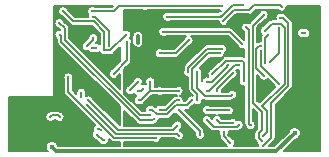
<source format=gbr>
G04 #@! TF.GenerationSoftware,KiCad,Pcbnew,(5.1.5-0-10_14)*
G04 #@! TF.CreationDate,2020-09-24T10:17:21-04:00*
G04 #@! TF.ProjectId,ESLO_RB,45534c4f-5f52-4422-9e6b-696361645f70,rev?*
G04 #@! TF.SameCoordinates,Original*
G04 #@! TF.FileFunction,Copper,L3,Inr*
G04 #@! TF.FilePolarity,Positive*
%FSLAX46Y46*%
G04 Gerber Fmt 4.6, Leading zero omitted, Abs format (unit mm)*
G04 Created by KiCad (PCBNEW (5.1.5-0-10_14)) date 2020-09-24 10:17:21*
%MOMM*%
%LPD*%
G04 APERTURE LIST*
%ADD10C,0.450000*%
%ADD11C,0.254000*%
%ADD12C,0.300000*%
%ADD13C,0.150000*%
%ADD14C,0.200000*%
G04 APERTURE END LIST*
D10*
X128450000Y-102000000D03*
X149000000Y-100825002D03*
X128800000Y-95000000D03*
X128800000Y-94000000D03*
X128800000Y-96800000D03*
X128800000Y-93000000D03*
X128800000Y-92000000D03*
X128800000Y-91000000D03*
X128800000Y-90200000D03*
X128800000Y-97750000D03*
X128632956Y-99869603D03*
D11*
X134100000Y-96750000D03*
X135799998Y-98050000D03*
X136775000Y-96450000D03*
X139175000Y-97250000D03*
X137575000Y-97249998D03*
X133420702Y-94847990D03*
X131530000Y-90130000D03*
D10*
X131990000Y-92049996D03*
D11*
X142825000Y-90050000D03*
X133675002Y-95800000D03*
X134160000Y-90030000D03*
X131870000Y-90490000D03*
X134810000Y-93070000D03*
X136310000Y-90050000D03*
X135725000Y-92600000D03*
X135720000Y-93150000D03*
X144707990Y-96445681D03*
X142050004Y-95810000D03*
X138225000Y-90975000D03*
X149610000Y-92360000D03*
X149920000Y-92360000D03*
X142782264Y-90899918D03*
X144673344Y-90003786D03*
X137875006Y-92247990D03*
X144585670Y-93307502D03*
X150150000Y-94600004D03*
X134750000Y-99500000D03*
X140800000Y-91525000D03*
X136225000Y-93100000D03*
X138375000Y-93125004D03*
X144975000Y-101550000D03*
X146300000Y-96700000D03*
X144841264Y-100265103D03*
X135200000Y-97840000D03*
X146300000Y-97100000D03*
X139580004Y-100820000D03*
X142728909Y-93041091D03*
X140775000Y-98050000D03*
X142647990Y-94072354D03*
X131900000Y-90950002D03*
X133313289Y-93413892D03*
X129400010Y-90500000D03*
X132900000Y-93820987D03*
X134750000Y-92474998D03*
X139175000Y-98850010D03*
X140997010Y-100970000D03*
X132571461Y-100569279D03*
X132325000Y-100500000D03*
X130949998Y-97400000D03*
X130950000Y-97750000D03*
X139975000Y-95650000D03*
X142877792Y-93674011D03*
X131550000Y-98050000D03*
X139075000Y-100175000D03*
X131458101Y-98460283D03*
X139217990Y-101025000D03*
X128300000Y-99450000D03*
X129100000Y-99449992D03*
X147900000Y-90101095D03*
X142980000Y-91309999D03*
X145167039Y-90361704D03*
X136775000Y-98850000D03*
X140276454Y-98049273D03*
X135725004Y-96475000D03*
X135075000Y-97199998D03*
X129850000Y-96100000D03*
X137249890Y-101227021D03*
X135750000Y-97275000D03*
X136200000Y-97050000D03*
X131400000Y-93464713D03*
X131960000Y-92790000D03*
X137575000Y-98850000D03*
X139175000Y-98050000D03*
X137575000Y-94050000D03*
X140025000Y-92975006D03*
X131826091Y-93623909D03*
X132222897Y-93614227D03*
X129090000Y-91500000D03*
X136765908Y-99304011D03*
X132269273Y-100952010D03*
X132855465Y-101422902D03*
X129100000Y-92480000D03*
X137081186Y-99609474D03*
X146920000Y-94790000D03*
X147677012Y-91922010D03*
X146157990Y-93886142D03*
X147671091Y-96621091D03*
X146375000Y-95950000D03*
X146157990Y-93449072D03*
X146750000Y-92525000D03*
X146512010Y-94880000D03*
X141575000Y-97250000D03*
X144275000Y-95075000D03*
X142450000Y-97250000D03*
X143751097Y-95751326D03*
X141575000Y-96450000D03*
X143375000Y-95050000D03*
X147012010Y-99960000D03*
X146320000Y-101920000D03*
X147800000Y-91037990D03*
X146232342Y-99006352D03*
X146239549Y-101502633D03*
X146380000Y-90799996D03*
X146260986Y-98537178D03*
X146340002Y-101040000D03*
X146470000Y-92150000D03*
X145277733Y-100144600D03*
X144890000Y-91870004D03*
X144275000Y-100125000D03*
X141575000Y-99725000D03*
X142425000Y-99700000D03*
X143750000Y-99947990D03*
X141575000Y-98850000D03*
X143450000Y-98900000D03*
X143550000Y-101625006D03*
X143020988Y-100751687D03*
X140775000Y-95650000D03*
X143710000Y-97559998D03*
D12*
X128824990Y-102374990D02*
X147450012Y-102374990D01*
X147450012Y-102374990D02*
X149000000Y-100825002D01*
X128450000Y-102000000D02*
X128824990Y-102374990D01*
D13*
X136800000Y-96450000D02*
X136775000Y-96450000D01*
X136775000Y-96450000D02*
X136775000Y-97200000D01*
X135799998Y-98050000D02*
X135825000Y-98050000D01*
X139175000Y-97250000D02*
X137575002Y-97250000D01*
X136774998Y-97249998D02*
X137575000Y-97249998D01*
X137575002Y-97250000D02*
X137575000Y-97249998D01*
X136774998Y-97254605D02*
X136774998Y-97249998D01*
X135979603Y-98050000D02*
X136774998Y-97254605D01*
X135799998Y-98050000D02*
X135979603Y-98050000D01*
X134160000Y-90030000D02*
X133700000Y-90490000D01*
X133700000Y-90490000D02*
X131870000Y-90490000D01*
X134810000Y-94665002D02*
X134810000Y-93070000D01*
X133675002Y-95800000D02*
X134810000Y-94665002D01*
X142825000Y-90050000D02*
X136310000Y-90050000D01*
X134180000Y-90050000D02*
X134160000Y-90030000D01*
X136310000Y-90050000D02*
X134180000Y-90050000D01*
D12*
X135725000Y-93145000D02*
X135720000Y-93150000D01*
X135725000Y-92600000D02*
X135725000Y-93145000D01*
D13*
X144707990Y-96445681D02*
X144707990Y-94837990D01*
X144707990Y-94837990D02*
X144543001Y-94673001D01*
X144543001Y-94673001D02*
X143187003Y-94673001D01*
X143187003Y-94673001D02*
X142050004Y-95810000D01*
X138225000Y-90975000D02*
X142775000Y-90975000D01*
X149610000Y-92360000D02*
X149920000Y-92360000D01*
X143746214Y-90003786D02*
X142782264Y-90967736D01*
X142782264Y-90967736D02*
X142782264Y-90899918D01*
X143746214Y-90003786D02*
X144673344Y-90003786D01*
X137875006Y-92247990D02*
X143526158Y-92247990D01*
X143526158Y-92247990D02*
X144585670Y-93307502D01*
X141652646Y-94072354D02*
X142647990Y-94072354D01*
X140350000Y-97060000D02*
X140350000Y-95375000D01*
X140350000Y-95375000D02*
X141652646Y-94072354D01*
X140775000Y-97485000D02*
X140350000Y-97060000D01*
X140775000Y-98050000D02*
X140775000Y-97485000D01*
X132104607Y-90950002D02*
X131900000Y-90950002D01*
X133313289Y-92158684D02*
X132104607Y-90950002D01*
X133313289Y-92158684D02*
X133313289Y-93413892D01*
X132079605Y-90950002D02*
X131900000Y-90950002D01*
X133404011Y-93820987D02*
X134750000Y-92474998D01*
X132900000Y-93820987D02*
X133404011Y-93820987D01*
X132900000Y-92245395D02*
X132900000Y-93820987D01*
X132014605Y-91360000D02*
X132900000Y-92245395D01*
X130260010Y-91360000D02*
X132014605Y-91360000D01*
X129400010Y-90500000D02*
X130260010Y-91360000D01*
X139175000Y-98850010D02*
X140997010Y-100672020D01*
X140997010Y-100672020D02*
X140997010Y-100970000D01*
X132571461Y-100569279D02*
X132444462Y-100442280D01*
X132444462Y-100442280D02*
X132382720Y-100442280D01*
X132382720Y-100442280D02*
X132325000Y-100500000D01*
X130949998Y-97400000D02*
X130949998Y-97749998D01*
X130949998Y-97749998D02*
X130950000Y-97750000D01*
X141585989Y-93674011D02*
X142877792Y-93674011D01*
X139975000Y-95285000D02*
X141585989Y-93674011D01*
X139975000Y-95650000D02*
X139975000Y-95285000D01*
X138675000Y-100575000D02*
X139075000Y-100175000D01*
X134075000Y-100575000D02*
X138675000Y-100575000D01*
X131550000Y-98050000D02*
X134075000Y-100575000D01*
X131458101Y-98460283D02*
X133872829Y-100875011D01*
X133872829Y-100875011D02*
X139068001Y-100875011D01*
X139068001Y-100875011D02*
X139217990Y-101025000D01*
X128426999Y-99323001D02*
X128973009Y-99323001D01*
X128973009Y-99323001D02*
X129100000Y-99449992D01*
X128300000Y-99450000D02*
X128426999Y-99323001D01*
X145538743Y-89990000D02*
X145167039Y-90361704D01*
X147788905Y-89990000D02*
X145538743Y-89990000D01*
X147900000Y-90101095D02*
X147788905Y-89990000D01*
X143914204Y-90355796D02*
X145161131Y-90355796D01*
X145161131Y-90355796D02*
X145167039Y-90361704D01*
X142980000Y-91290000D02*
X143914204Y-90355796D01*
X142980000Y-91309999D02*
X142980000Y-91290000D01*
X139852736Y-98472991D02*
X140276454Y-98049273D01*
X136775000Y-98850000D02*
X136954605Y-98850000D01*
X136954605Y-98850000D02*
X137329605Y-99225000D01*
X138981039Y-98472991D02*
X139852736Y-98472991D01*
X137329605Y-99225000D02*
X138229032Y-99225000D01*
X138229032Y-99225000D02*
X138981039Y-98472991D01*
X135075000Y-97175000D02*
X135075000Y-97199998D01*
X135725004Y-96524996D02*
X135075000Y-97175000D01*
X135725004Y-96475000D02*
X135725004Y-96524996D01*
X129850000Y-97350000D02*
X133727021Y-101227021D01*
X133727021Y-101227021D02*
X137249890Y-101227021D01*
X129850000Y-96100000D02*
X129850000Y-97350000D01*
X135975000Y-97275000D02*
X136200000Y-97050000D01*
X135750000Y-97275000D02*
X135975000Y-97275000D01*
X131400000Y-93464713D02*
X131960000Y-92904713D01*
X131960000Y-92904713D02*
X131960000Y-92790000D01*
X138950000Y-98050000D02*
X139175000Y-98050000D01*
X138150000Y-98850000D02*
X138950000Y-98050000D01*
X137575000Y-98850000D02*
X138150000Y-98850000D01*
X138950006Y-94050000D02*
X140025000Y-92975006D01*
X137575000Y-94050000D02*
X138950006Y-94050000D01*
X132213215Y-93623909D02*
X132222897Y-93614227D01*
X131826091Y-93623909D02*
X132213215Y-93623909D01*
X135904011Y-99304011D02*
X136765908Y-99304011D01*
X129550012Y-92950012D02*
X135904011Y-99304011D01*
X129090000Y-91500000D02*
X129550012Y-91960012D01*
X129550012Y-91960012D02*
X129550012Y-92950012D01*
X132740165Y-101422902D02*
X132855465Y-101422902D01*
X132269273Y-100952010D02*
X132740165Y-101422902D01*
X129250001Y-92630001D02*
X129250001Y-93074280D01*
X129100000Y-92480000D02*
X129250001Y-92630001D01*
X135912194Y-99736473D02*
X136954187Y-99736473D01*
X136954187Y-99736473D02*
X137081186Y-99609474D01*
X129250001Y-93074280D02*
X135912194Y-99736473D01*
X147677012Y-94032988D02*
X147677012Y-91922010D01*
X146920000Y-94790000D02*
X147677012Y-94032988D01*
X146157990Y-93886142D02*
X146153858Y-93886142D01*
X146160000Y-95110000D02*
X147671091Y-96621091D01*
X146160000Y-93892284D02*
X146160000Y-95110000D01*
X146153858Y-93886142D02*
X146160000Y-93892284D01*
X145757987Y-95332987D02*
X145757987Y-93669470D01*
X145978385Y-93449072D02*
X146157990Y-93449072D01*
X145757987Y-93669470D02*
X145978385Y-93449072D01*
X146375000Y-95950000D02*
X145757987Y-95332987D01*
X146750000Y-92525000D02*
X146512010Y-92762990D01*
X146512010Y-92762990D02*
X146512010Y-94880000D01*
X143929605Y-95075000D02*
X144275000Y-95075000D01*
X141575000Y-97250000D02*
X141754605Y-97250000D01*
X141754605Y-97250000D02*
X143929605Y-95075000D01*
X142450000Y-97250000D02*
X142450000Y-97052423D01*
X142450000Y-97052423D02*
X143751097Y-95751326D01*
X143248001Y-95202963D02*
X143248001Y-95176999D01*
X143248001Y-95176999D02*
X143375000Y-95050000D01*
X142000964Y-96450000D02*
X143248001Y-95202963D01*
X141575000Y-96450000D02*
X142000964Y-96450000D01*
X146320000Y-101920000D02*
X147012010Y-101227990D01*
X147012010Y-101227990D02*
X147012010Y-99960000D01*
X148460000Y-91510395D02*
X147987595Y-91037990D01*
X147012010Y-98257990D02*
X148460000Y-96810000D01*
X147987595Y-91037990D02*
X147800000Y-91037990D01*
X148460000Y-96810000D02*
X148460000Y-91510395D01*
X147012010Y-99960000D02*
X147012010Y-98257990D01*
X145970000Y-101233084D02*
X146239549Y-101502633D01*
X146232342Y-99006352D02*
X146232342Y-100587658D01*
X146232342Y-100587658D02*
X145970000Y-100850000D01*
X145970000Y-100850000D02*
X145970000Y-101233084D01*
X145457976Y-91722020D02*
X146380000Y-90799996D01*
X146232342Y-99006352D02*
X145457976Y-98231986D01*
X145457976Y-98231986D02*
X145457976Y-91722020D01*
X146660000Y-98936192D02*
X146260986Y-98537178D01*
X146340002Y-101040000D02*
X146660000Y-100720002D01*
X146660000Y-100720002D02*
X146660000Y-98936192D01*
X147050000Y-91570000D02*
X146470000Y-92150000D01*
X148160000Y-96638164D02*
X148160000Y-91890000D01*
X147840000Y-91570000D02*
X147050000Y-91570000D01*
X148160000Y-91890000D02*
X147840000Y-91570000D01*
X146260986Y-98537178D02*
X148160000Y-96638164D01*
X145134445Y-100017444D02*
X145134445Y-92114449D01*
X145134445Y-92114449D02*
X144890000Y-91870004D01*
X145227001Y-100110000D02*
X145134445Y-100017444D01*
X144097999Y-100302001D02*
X142152001Y-100302001D01*
X142152001Y-100302001D02*
X141575000Y-99725000D01*
X144275000Y-100125000D02*
X144097999Y-100302001D01*
X142695000Y-99970000D02*
X143727990Y-99970000D01*
X143727990Y-99970000D02*
X143750000Y-99947990D01*
X142425000Y-99700000D02*
X142695000Y-99970000D01*
X141625000Y-98900000D02*
X141575000Y-98850000D01*
X143450000Y-98900000D02*
X141625000Y-98900000D01*
X143550000Y-101625006D02*
X143020988Y-101095994D01*
X143020988Y-101095994D02*
X143020988Y-100751687D01*
X140775000Y-95650000D02*
X140775000Y-97035000D01*
X143583001Y-97686997D02*
X143710000Y-97559998D01*
X141426997Y-97686997D02*
X143583001Y-97686997D01*
X140775000Y-97035000D02*
X141426997Y-97686997D01*
D14*
G36*
X133544670Y-90115000D02*
G01*
X132077352Y-90115000D01*
X132072260Y-90111598D01*
X131994551Y-90079409D01*
X131912056Y-90063000D01*
X131827944Y-90063000D01*
X131745449Y-90079409D01*
X131667740Y-90111598D01*
X131597803Y-90158327D01*
X131538327Y-90217803D01*
X131491598Y-90287740D01*
X131459409Y-90365449D01*
X131443000Y-90447944D01*
X131443000Y-90532056D01*
X131459409Y-90614551D01*
X131491598Y-90692260D01*
X131525133Y-90742451D01*
X131521598Y-90747742D01*
X131489409Y-90825451D01*
X131473000Y-90907946D01*
X131473000Y-90985000D01*
X130415340Y-90985000D01*
X129811796Y-90381457D01*
X129810601Y-90375449D01*
X129778412Y-90297740D01*
X129731683Y-90227803D01*
X129672207Y-90168327D01*
X129602270Y-90121598D01*
X129524561Y-90089409D01*
X129442066Y-90073000D01*
X129357954Y-90073000D01*
X129275459Y-90089409D01*
X129197750Y-90121598D01*
X129127813Y-90168327D01*
X129068337Y-90227803D01*
X129021608Y-90297740D01*
X128989419Y-90375449D01*
X128973010Y-90457944D01*
X128973010Y-90542056D01*
X128989419Y-90624551D01*
X129021608Y-90702260D01*
X129068337Y-90772197D01*
X129127813Y-90831673D01*
X129197750Y-90878402D01*
X129275459Y-90910591D01*
X129281467Y-90911786D01*
X129981819Y-91612139D01*
X129993562Y-91626448D01*
X130007869Y-91638189D01*
X130050663Y-91673310D01*
X130088557Y-91693564D01*
X130115810Y-91708131D01*
X130186497Y-91729574D01*
X130241591Y-91735000D01*
X130241594Y-91735000D01*
X130260010Y-91736814D01*
X130278426Y-91735000D01*
X131859276Y-91735000D01*
X132525000Y-92400725D01*
X132525001Y-93312461D01*
X132495094Y-93282554D01*
X132425157Y-93235825D01*
X132347448Y-93203636D01*
X132264953Y-93187227D01*
X132207816Y-93187227D01*
X132212140Y-93182903D01*
X132226448Y-93171161D01*
X132257733Y-93133040D01*
X132273310Y-93114060D01*
X132297070Y-93069606D01*
X132308131Y-93048913D01*
X132314436Y-93028129D01*
X132338402Y-92992260D01*
X132370591Y-92914551D01*
X132387000Y-92832056D01*
X132387000Y-92747944D01*
X132370591Y-92665449D01*
X132338402Y-92587740D01*
X132291673Y-92517803D01*
X132232197Y-92458327D01*
X132162260Y-92411598D01*
X132084551Y-92379409D01*
X132002056Y-92363000D01*
X131917944Y-92363000D01*
X131835449Y-92379409D01*
X131757740Y-92411598D01*
X131687803Y-92458327D01*
X131628327Y-92517803D01*
X131581598Y-92587740D01*
X131549409Y-92665449D01*
X131533000Y-92747944D01*
X131533000Y-92801383D01*
X131281457Y-93052927D01*
X131275449Y-93054122D01*
X131197740Y-93086311D01*
X131127803Y-93133040D01*
X131068327Y-93192516D01*
X131021598Y-93262453D01*
X130989409Y-93340162D01*
X130973000Y-93422657D01*
X130973000Y-93506769D01*
X130989409Y-93589264D01*
X131021598Y-93666973D01*
X131068327Y-93736910D01*
X131127803Y-93796386D01*
X131197740Y-93843115D01*
X131275449Y-93875304D01*
X131357944Y-93891713D01*
X131442056Y-93891713D01*
X131485684Y-93883035D01*
X131494418Y-93896106D01*
X131553894Y-93955582D01*
X131623831Y-94002311D01*
X131701540Y-94034500D01*
X131784035Y-94050909D01*
X131868147Y-94050909D01*
X131950642Y-94034500D01*
X132028351Y-94002311D01*
X132033443Y-93998909D01*
X132035798Y-93998909D01*
X132098346Y-94024818D01*
X132180841Y-94041227D01*
X132264953Y-94041227D01*
X132347448Y-94024818D01*
X132425157Y-93992629D01*
X132490759Y-93948797D01*
X132521598Y-94023247D01*
X132568327Y-94093184D01*
X132627803Y-94152660D01*
X132697740Y-94199389D01*
X132775449Y-94231578D01*
X132857944Y-94247987D01*
X132942056Y-94247987D01*
X133024551Y-94231578D01*
X133102260Y-94199389D01*
X133107352Y-94195987D01*
X133385595Y-94195987D01*
X133404011Y-94197801D01*
X133422427Y-94195987D01*
X133422430Y-94195987D01*
X133477524Y-94190561D01*
X133548211Y-94169118D01*
X133613358Y-94134296D01*
X133670459Y-94087435D01*
X133682206Y-94073121D01*
X134200000Y-93555327D01*
X134200000Y-94744672D01*
X133556459Y-95388214D01*
X133550451Y-95389409D01*
X133472742Y-95421598D01*
X133402805Y-95468327D01*
X133343329Y-95527803D01*
X133296600Y-95597740D01*
X133264411Y-95675449D01*
X133248002Y-95757944D01*
X133248002Y-95842056D01*
X133264411Y-95924551D01*
X133296600Y-96002260D01*
X133343329Y-96072197D01*
X133402805Y-96131673D01*
X133472742Y-96178402D01*
X133550451Y-96210591D01*
X133632946Y-96227000D01*
X133717058Y-96227000D01*
X133799553Y-96210591D01*
X133877262Y-96178402D01*
X133947199Y-96131673D01*
X134006675Y-96072197D01*
X134053404Y-96002260D01*
X134085593Y-95924551D01*
X134086788Y-95918543D01*
X134200000Y-95805331D01*
X134200000Y-97069670D01*
X129925012Y-92794683D01*
X129925012Y-91978427D01*
X129926826Y-91960011D01*
X129925012Y-91941593D01*
X129919586Y-91886499D01*
X129898143Y-91815812D01*
X129863321Y-91750665D01*
X129816460Y-91693564D01*
X129802152Y-91681822D01*
X129501786Y-91381457D01*
X129500591Y-91375449D01*
X129468402Y-91297740D01*
X129421673Y-91227803D01*
X129362197Y-91168327D01*
X129292260Y-91121598D01*
X129214551Y-91089409D01*
X129132056Y-91073000D01*
X129047944Y-91073000D01*
X128965449Y-91089409D01*
X128887740Y-91121598D01*
X128817803Y-91168327D01*
X128758327Y-91227803D01*
X128711598Y-91297740D01*
X128679409Y-91375449D01*
X128663000Y-91457944D01*
X128663000Y-91542056D01*
X128679409Y-91624551D01*
X128711598Y-91702260D01*
X128758327Y-91772197D01*
X128817803Y-91831673D01*
X128887740Y-91878402D01*
X128965449Y-91910591D01*
X128971457Y-91911786D01*
X129112670Y-92053000D01*
X129057944Y-92053000D01*
X128975449Y-92069409D01*
X128897740Y-92101598D01*
X128827803Y-92148327D01*
X128768327Y-92207803D01*
X128721598Y-92277740D01*
X128689409Y-92355449D01*
X128673000Y-92437944D01*
X128673000Y-92522056D01*
X128689409Y-92604551D01*
X128721598Y-92682260D01*
X128768327Y-92752197D01*
X128827803Y-92811673D01*
X128875001Y-92843209D01*
X128875001Y-93055864D01*
X128873187Y-93074280D01*
X128875001Y-93092696D01*
X128875001Y-93092699D01*
X128880428Y-93147793D01*
X128883937Y-93159359D01*
X128901871Y-93218480D01*
X128935571Y-93281527D01*
X128936693Y-93283627D01*
X128983554Y-93340728D01*
X128997863Y-93352471D01*
X134200000Y-98554609D01*
X134200000Y-100169669D01*
X131961786Y-97931457D01*
X131960591Y-97925449D01*
X131928402Y-97847740D01*
X131881673Y-97777803D01*
X131822197Y-97718327D01*
X131752260Y-97671598D01*
X131674551Y-97639409D01*
X131592056Y-97623000D01*
X131507944Y-97623000D01*
X131425449Y-97639409D01*
X131368093Y-97663167D01*
X131360591Y-97625449D01*
X131339693Y-97574998D01*
X131360589Y-97524551D01*
X131376998Y-97442056D01*
X131376998Y-97357944D01*
X131360589Y-97275449D01*
X131328400Y-97197740D01*
X131281671Y-97127803D01*
X131222195Y-97068327D01*
X131152258Y-97021598D01*
X131074549Y-96989409D01*
X130992054Y-96973000D01*
X130907942Y-96973000D01*
X130825447Y-96989409D01*
X130747738Y-97021598D01*
X130677801Y-97068327D01*
X130618325Y-97127803D01*
X130571596Y-97197740D01*
X130539407Y-97275449D01*
X130522998Y-97357944D01*
X130522998Y-97442056D01*
X130535565Y-97505236D01*
X130225000Y-97194671D01*
X130225000Y-96307352D01*
X130228402Y-96302260D01*
X130260591Y-96224551D01*
X130277000Y-96142056D01*
X130277000Y-96057944D01*
X130260591Y-95975449D01*
X130228402Y-95897740D01*
X130181673Y-95827803D01*
X130122197Y-95768327D01*
X130052260Y-95721598D01*
X129974551Y-95689409D01*
X129892056Y-95673000D01*
X129807944Y-95673000D01*
X129725449Y-95689409D01*
X129647740Y-95721598D01*
X129577803Y-95768327D01*
X129518327Y-95827803D01*
X129471598Y-95897740D01*
X129439409Y-95975449D01*
X129423000Y-96057944D01*
X129423000Y-96142056D01*
X129439409Y-96224551D01*
X129471598Y-96302260D01*
X129475000Y-96307352D01*
X129475001Y-97331574D01*
X129473186Y-97350000D01*
X129475470Y-97373184D01*
X129480427Y-97423513D01*
X129501870Y-97494200D01*
X129536692Y-97559347D01*
X129583553Y-97616448D01*
X129597862Y-97628191D01*
X132103874Y-100134204D01*
X132052803Y-100168327D01*
X131993327Y-100227803D01*
X131946598Y-100297740D01*
X131914409Y-100375449D01*
X131898000Y-100457944D01*
X131898000Y-100542056D01*
X131914409Y-100624551D01*
X131937415Y-100680090D01*
X131890871Y-100749750D01*
X131858682Y-100827459D01*
X131842273Y-100909954D01*
X131842273Y-100994066D01*
X131858682Y-101076561D01*
X131890871Y-101154270D01*
X131937600Y-101224207D01*
X131997076Y-101283683D01*
X132067013Y-101330412D01*
X132144722Y-101362601D01*
X132150730Y-101363796D01*
X132461974Y-101675041D01*
X132473717Y-101689350D01*
X132530818Y-101736211D01*
X132595965Y-101771033D01*
X132617824Y-101777664D01*
X132653205Y-101801304D01*
X132730914Y-101833493D01*
X132813409Y-101849902D01*
X132897521Y-101849902D01*
X132980016Y-101833493D01*
X133057725Y-101801304D01*
X133127662Y-101754575D01*
X133187138Y-101695099D01*
X133233867Y-101625162D01*
X133266056Y-101547453D01*
X133282465Y-101464958D01*
X133282465Y-101380846D01*
X133266056Y-101298351D01*
X133264666Y-101294996D01*
X133448830Y-101479160D01*
X133460573Y-101493469D01*
X133474880Y-101505210D01*
X133517674Y-101540331D01*
X133547948Y-101556512D01*
X133582821Y-101575152D01*
X133653508Y-101596595D01*
X133708602Y-101602021D01*
X133708605Y-101602021D01*
X133727021Y-101603835D01*
X133745437Y-101602021D01*
X134200000Y-101602021D01*
X134200000Y-101924990D01*
X129011386Y-101924990D01*
X128960179Y-101873783D01*
X128954824Y-101846863D01*
X128915249Y-101751319D01*
X128857794Y-101665332D01*
X128784668Y-101592206D01*
X128698681Y-101534751D01*
X128603137Y-101495176D01*
X128501708Y-101475000D01*
X128398292Y-101475000D01*
X128296863Y-101495176D01*
X128201319Y-101534751D01*
X128115332Y-101592206D01*
X128042206Y-101665332D01*
X127984751Y-101751319D01*
X127945176Y-101846863D01*
X127925000Y-101948292D01*
X127925000Y-102051708D01*
X127945176Y-102153137D01*
X127984751Y-102248681D01*
X128042206Y-102334668D01*
X128082538Y-102375000D01*
X124825000Y-102375000D01*
X124825000Y-99407944D01*
X127873000Y-99407944D01*
X127873000Y-99492056D01*
X127889409Y-99574551D01*
X127921598Y-99652260D01*
X127968327Y-99722197D01*
X128027803Y-99781673D01*
X128097740Y-99828402D01*
X128175449Y-99860591D01*
X128257944Y-99877000D01*
X128342056Y-99877000D01*
X128424551Y-99860591D01*
X128502260Y-99828402D01*
X128572197Y-99781673D01*
X128631673Y-99722197D01*
X128647840Y-99698001D01*
X128752166Y-99698001D01*
X128768327Y-99722189D01*
X128827803Y-99781665D01*
X128897740Y-99828394D01*
X128975449Y-99860583D01*
X129057944Y-99876992D01*
X129142056Y-99876992D01*
X129224551Y-99860583D01*
X129302260Y-99828394D01*
X129372197Y-99781665D01*
X129431673Y-99722189D01*
X129478402Y-99652252D01*
X129510591Y-99574543D01*
X129527000Y-99492048D01*
X129527000Y-99407936D01*
X129510591Y-99325441D01*
X129478402Y-99247732D01*
X129431673Y-99177795D01*
X129372197Y-99118319D01*
X129302260Y-99071590D01*
X129224551Y-99039401D01*
X129216639Y-99037827D01*
X129182356Y-99009692D01*
X129117209Y-98974870D01*
X129046522Y-98953427D01*
X128991428Y-98948001D01*
X128991425Y-98948001D01*
X128973009Y-98946187D01*
X128954593Y-98948001D01*
X128445415Y-98948001D01*
X128426999Y-98946187D01*
X128408583Y-98948001D01*
X128408580Y-98948001D01*
X128353486Y-98953427D01*
X128282799Y-98974870D01*
X128238345Y-98998631D01*
X128217653Y-99009691D01*
X128217651Y-99009692D01*
X128217652Y-99009692D01*
X128183358Y-99037836D01*
X128175449Y-99039409D01*
X128097740Y-99071598D01*
X128027803Y-99118327D01*
X127968327Y-99177803D01*
X127921598Y-99247740D01*
X127889409Y-99325449D01*
X127873000Y-99407944D01*
X124825000Y-99407944D01*
X124825000Y-97800000D01*
X128500000Y-97800000D01*
X128519509Y-97798079D01*
X128538268Y-97792388D01*
X128555557Y-97783147D01*
X128570711Y-97770711D01*
X128583147Y-97755557D01*
X128592388Y-97738268D01*
X128598079Y-97719509D01*
X128600000Y-97700000D01*
X128600000Y-90025000D01*
X133634670Y-90025000D01*
X133544670Y-90115000D01*
G37*
X133544670Y-90115000D02*
X132077352Y-90115000D01*
X132072260Y-90111598D01*
X131994551Y-90079409D01*
X131912056Y-90063000D01*
X131827944Y-90063000D01*
X131745449Y-90079409D01*
X131667740Y-90111598D01*
X131597803Y-90158327D01*
X131538327Y-90217803D01*
X131491598Y-90287740D01*
X131459409Y-90365449D01*
X131443000Y-90447944D01*
X131443000Y-90532056D01*
X131459409Y-90614551D01*
X131491598Y-90692260D01*
X131525133Y-90742451D01*
X131521598Y-90747742D01*
X131489409Y-90825451D01*
X131473000Y-90907946D01*
X131473000Y-90985000D01*
X130415340Y-90985000D01*
X129811796Y-90381457D01*
X129810601Y-90375449D01*
X129778412Y-90297740D01*
X129731683Y-90227803D01*
X129672207Y-90168327D01*
X129602270Y-90121598D01*
X129524561Y-90089409D01*
X129442066Y-90073000D01*
X129357954Y-90073000D01*
X129275459Y-90089409D01*
X129197750Y-90121598D01*
X129127813Y-90168327D01*
X129068337Y-90227803D01*
X129021608Y-90297740D01*
X128989419Y-90375449D01*
X128973010Y-90457944D01*
X128973010Y-90542056D01*
X128989419Y-90624551D01*
X129021608Y-90702260D01*
X129068337Y-90772197D01*
X129127813Y-90831673D01*
X129197750Y-90878402D01*
X129275459Y-90910591D01*
X129281467Y-90911786D01*
X129981819Y-91612139D01*
X129993562Y-91626448D01*
X130007869Y-91638189D01*
X130050663Y-91673310D01*
X130088557Y-91693564D01*
X130115810Y-91708131D01*
X130186497Y-91729574D01*
X130241591Y-91735000D01*
X130241594Y-91735000D01*
X130260010Y-91736814D01*
X130278426Y-91735000D01*
X131859276Y-91735000D01*
X132525000Y-92400725D01*
X132525001Y-93312461D01*
X132495094Y-93282554D01*
X132425157Y-93235825D01*
X132347448Y-93203636D01*
X132264953Y-93187227D01*
X132207816Y-93187227D01*
X132212140Y-93182903D01*
X132226448Y-93171161D01*
X132257733Y-93133040D01*
X132273310Y-93114060D01*
X132297070Y-93069606D01*
X132308131Y-93048913D01*
X132314436Y-93028129D01*
X132338402Y-92992260D01*
X132370591Y-92914551D01*
X132387000Y-92832056D01*
X132387000Y-92747944D01*
X132370591Y-92665449D01*
X132338402Y-92587740D01*
X132291673Y-92517803D01*
X132232197Y-92458327D01*
X132162260Y-92411598D01*
X132084551Y-92379409D01*
X132002056Y-92363000D01*
X131917944Y-92363000D01*
X131835449Y-92379409D01*
X131757740Y-92411598D01*
X131687803Y-92458327D01*
X131628327Y-92517803D01*
X131581598Y-92587740D01*
X131549409Y-92665449D01*
X131533000Y-92747944D01*
X131533000Y-92801383D01*
X131281457Y-93052927D01*
X131275449Y-93054122D01*
X131197740Y-93086311D01*
X131127803Y-93133040D01*
X131068327Y-93192516D01*
X131021598Y-93262453D01*
X130989409Y-93340162D01*
X130973000Y-93422657D01*
X130973000Y-93506769D01*
X130989409Y-93589264D01*
X131021598Y-93666973D01*
X131068327Y-93736910D01*
X131127803Y-93796386D01*
X131197740Y-93843115D01*
X131275449Y-93875304D01*
X131357944Y-93891713D01*
X131442056Y-93891713D01*
X131485684Y-93883035D01*
X131494418Y-93896106D01*
X131553894Y-93955582D01*
X131623831Y-94002311D01*
X131701540Y-94034500D01*
X131784035Y-94050909D01*
X131868147Y-94050909D01*
X131950642Y-94034500D01*
X132028351Y-94002311D01*
X132033443Y-93998909D01*
X132035798Y-93998909D01*
X132098346Y-94024818D01*
X132180841Y-94041227D01*
X132264953Y-94041227D01*
X132347448Y-94024818D01*
X132425157Y-93992629D01*
X132490759Y-93948797D01*
X132521598Y-94023247D01*
X132568327Y-94093184D01*
X132627803Y-94152660D01*
X132697740Y-94199389D01*
X132775449Y-94231578D01*
X132857944Y-94247987D01*
X132942056Y-94247987D01*
X133024551Y-94231578D01*
X133102260Y-94199389D01*
X133107352Y-94195987D01*
X133385595Y-94195987D01*
X133404011Y-94197801D01*
X133422427Y-94195987D01*
X133422430Y-94195987D01*
X133477524Y-94190561D01*
X133548211Y-94169118D01*
X133613358Y-94134296D01*
X133670459Y-94087435D01*
X133682206Y-94073121D01*
X134200000Y-93555327D01*
X134200000Y-94744672D01*
X133556459Y-95388214D01*
X133550451Y-95389409D01*
X133472742Y-95421598D01*
X133402805Y-95468327D01*
X133343329Y-95527803D01*
X133296600Y-95597740D01*
X133264411Y-95675449D01*
X133248002Y-95757944D01*
X133248002Y-95842056D01*
X133264411Y-95924551D01*
X133296600Y-96002260D01*
X133343329Y-96072197D01*
X133402805Y-96131673D01*
X133472742Y-96178402D01*
X133550451Y-96210591D01*
X133632946Y-96227000D01*
X133717058Y-96227000D01*
X133799553Y-96210591D01*
X133877262Y-96178402D01*
X133947199Y-96131673D01*
X134006675Y-96072197D01*
X134053404Y-96002260D01*
X134085593Y-95924551D01*
X134086788Y-95918543D01*
X134200000Y-95805331D01*
X134200000Y-97069670D01*
X129925012Y-92794683D01*
X129925012Y-91978427D01*
X129926826Y-91960011D01*
X129925012Y-91941593D01*
X129919586Y-91886499D01*
X129898143Y-91815812D01*
X129863321Y-91750665D01*
X129816460Y-91693564D01*
X129802152Y-91681822D01*
X129501786Y-91381457D01*
X129500591Y-91375449D01*
X129468402Y-91297740D01*
X129421673Y-91227803D01*
X129362197Y-91168327D01*
X129292260Y-91121598D01*
X129214551Y-91089409D01*
X129132056Y-91073000D01*
X129047944Y-91073000D01*
X128965449Y-91089409D01*
X128887740Y-91121598D01*
X128817803Y-91168327D01*
X128758327Y-91227803D01*
X128711598Y-91297740D01*
X128679409Y-91375449D01*
X128663000Y-91457944D01*
X128663000Y-91542056D01*
X128679409Y-91624551D01*
X128711598Y-91702260D01*
X128758327Y-91772197D01*
X128817803Y-91831673D01*
X128887740Y-91878402D01*
X128965449Y-91910591D01*
X128971457Y-91911786D01*
X129112670Y-92053000D01*
X129057944Y-92053000D01*
X128975449Y-92069409D01*
X128897740Y-92101598D01*
X128827803Y-92148327D01*
X128768327Y-92207803D01*
X128721598Y-92277740D01*
X128689409Y-92355449D01*
X128673000Y-92437944D01*
X128673000Y-92522056D01*
X128689409Y-92604551D01*
X128721598Y-92682260D01*
X128768327Y-92752197D01*
X128827803Y-92811673D01*
X128875001Y-92843209D01*
X128875001Y-93055864D01*
X128873187Y-93074280D01*
X128875001Y-93092696D01*
X128875001Y-93092699D01*
X128880428Y-93147793D01*
X128883937Y-93159359D01*
X128901871Y-93218480D01*
X128935571Y-93281527D01*
X128936693Y-93283627D01*
X128983554Y-93340728D01*
X128997863Y-93352471D01*
X134200000Y-98554609D01*
X134200000Y-100169669D01*
X131961786Y-97931457D01*
X131960591Y-97925449D01*
X131928402Y-97847740D01*
X131881673Y-97777803D01*
X131822197Y-97718327D01*
X131752260Y-97671598D01*
X131674551Y-97639409D01*
X131592056Y-97623000D01*
X131507944Y-97623000D01*
X131425449Y-97639409D01*
X131368093Y-97663167D01*
X131360591Y-97625449D01*
X131339693Y-97574998D01*
X131360589Y-97524551D01*
X131376998Y-97442056D01*
X131376998Y-97357944D01*
X131360589Y-97275449D01*
X131328400Y-97197740D01*
X131281671Y-97127803D01*
X131222195Y-97068327D01*
X131152258Y-97021598D01*
X131074549Y-96989409D01*
X130992054Y-96973000D01*
X130907942Y-96973000D01*
X130825447Y-96989409D01*
X130747738Y-97021598D01*
X130677801Y-97068327D01*
X130618325Y-97127803D01*
X130571596Y-97197740D01*
X130539407Y-97275449D01*
X130522998Y-97357944D01*
X130522998Y-97442056D01*
X130535565Y-97505236D01*
X130225000Y-97194671D01*
X130225000Y-96307352D01*
X130228402Y-96302260D01*
X130260591Y-96224551D01*
X130277000Y-96142056D01*
X130277000Y-96057944D01*
X130260591Y-95975449D01*
X130228402Y-95897740D01*
X130181673Y-95827803D01*
X130122197Y-95768327D01*
X130052260Y-95721598D01*
X129974551Y-95689409D01*
X129892056Y-95673000D01*
X129807944Y-95673000D01*
X129725449Y-95689409D01*
X129647740Y-95721598D01*
X129577803Y-95768327D01*
X129518327Y-95827803D01*
X129471598Y-95897740D01*
X129439409Y-95975449D01*
X129423000Y-96057944D01*
X129423000Y-96142056D01*
X129439409Y-96224551D01*
X129471598Y-96302260D01*
X129475000Y-96307352D01*
X129475001Y-97331574D01*
X129473186Y-97350000D01*
X129475470Y-97373184D01*
X129480427Y-97423513D01*
X129501870Y-97494200D01*
X129536692Y-97559347D01*
X129583553Y-97616448D01*
X129597862Y-97628191D01*
X132103874Y-100134204D01*
X132052803Y-100168327D01*
X131993327Y-100227803D01*
X131946598Y-100297740D01*
X131914409Y-100375449D01*
X131898000Y-100457944D01*
X131898000Y-100542056D01*
X131914409Y-100624551D01*
X131937415Y-100680090D01*
X131890871Y-100749750D01*
X131858682Y-100827459D01*
X131842273Y-100909954D01*
X131842273Y-100994066D01*
X131858682Y-101076561D01*
X131890871Y-101154270D01*
X131937600Y-101224207D01*
X131997076Y-101283683D01*
X132067013Y-101330412D01*
X132144722Y-101362601D01*
X132150730Y-101363796D01*
X132461974Y-101675041D01*
X132473717Y-101689350D01*
X132530818Y-101736211D01*
X132595965Y-101771033D01*
X132617824Y-101777664D01*
X132653205Y-101801304D01*
X132730914Y-101833493D01*
X132813409Y-101849902D01*
X132897521Y-101849902D01*
X132980016Y-101833493D01*
X133057725Y-101801304D01*
X133127662Y-101754575D01*
X133187138Y-101695099D01*
X133233867Y-101625162D01*
X133266056Y-101547453D01*
X133282465Y-101464958D01*
X133282465Y-101380846D01*
X133266056Y-101298351D01*
X133264666Y-101294996D01*
X133448830Y-101479160D01*
X133460573Y-101493469D01*
X133474880Y-101505210D01*
X133517674Y-101540331D01*
X133547948Y-101556512D01*
X133582821Y-101575152D01*
X133653508Y-101596595D01*
X133708602Y-101602021D01*
X133708605Y-101602021D01*
X133727021Y-101603835D01*
X133745437Y-101602021D01*
X134200000Y-101602021D01*
X134200000Y-101924990D01*
X129011386Y-101924990D01*
X128960179Y-101873783D01*
X128954824Y-101846863D01*
X128915249Y-101751319D01*
X128857794Y-101665332D01*
X128784668Y-101592206D01*
X128698681Y-101534751D01*
X128603137Y-101495176D01*
X128501708Y-101475000D01*
X128398292Y-101475000D01*
X128296863Y-101495176D01*
X128201319Y-101534751D01*
X128115332Y-101592206D01*
X128042206Y-101665332D01*
X127984751Y-101751319D01*
X127945176Y-101846863D01*
X127925000Y-101948292D01*
X127925000Y-102051708D01*
X127945176Y-102153137D01*
X127984751Y-102248681D01*
X128042206Y-102334668D01*
X128082538Y-102375000D01*
X124825000Y-102375000D01*
X124825000Y-99407944D01*
X127873000Y-99407944D01*
X127873000Y-99492056D01*
X127889409Y-99574551D01*
X127921598Y-99652260D01*
X127968327Y-99722197D01*
X128027803Y-99781673D01*
X128097740Y-99828402D01*
X128175449Y-99860591D01*
X128257944Y-99877000D01*
X128342056Y-99877000D01*
X128424551Y-99860591D01*
X128502260Y-99828402D01*
X128572197Y-99781673D01*
X128631673Y-99722197D01*
X128647840Y-99698001D01*
X128752166Y-99698001D01*
X128768327Y-99722189D01*
X128827803Y-99781665D01*
X128897740Y-99828394D01*
X128975449Y-99860583D01*
X129057944Y-99876992D01*
X129142056Y-99876992D01*
X129224551Y-99860583D01*
X129302260Y-99828394D01*
X129372197Y-99781665D01*
X129431673Y-99722189D01*
X129478402Y-99652252D01*
X129510591Y-99574543D01*
X129527000Y-99492048D01*
X129527000Y-99407936D01*
X129510591Y-99325441D01*
X129478402Y-99247732D01*
X129431673Y-99177795D01*
X129372197Y-99118319D01*
X129302260Y-99071590D01*
X129224551Y-99039401D01*
X129216639Y-99037827D01*
X129182356Y-99009692D01*
X129117209Y-98974870D01*
X129046522Y-98953427D01*
X128991428Y-98948001D01*
X128991425Y-98948001D01*
X128973009Y-98946187D01*
X128954593Y-98948001D01*
X128445415Y-98948001D01*
X128426999Y-98946187D01*
X128408583Y-98948001D01*
X128408580Y-98948001D01*
X128353486Y-98953427D01*
X128282799Y-98974870D01*
X128238345Y-98998631D01*
X128217653Y-99009691D01*
X128217651Y-99009692D01*
X128217652Y-99009692D01*
X128183358Y-99037836D01*
X128175449Y-99039409D01*
X128097740Y-99071598D01*
X128027803Y-99118327D01*
X127968327Y-99177803D01*
X127921598Y-99247740D01*
X127889409Y-99325449D01*
X127873000Y-99407944D01*
X124825000Y-99407944D01*
X124825000Y-97800000D01*
X128500000Y-97800000D01*
X128519509Y-97798079D01*
X128538268Y-97792388D01*
X128555557Y-97783147D01*
X128570711Y-97770711D01*
X128583147Y-97755557D01*
X128592388Y-97738268D01*
X128598079Y-97719509D01*
X128600000Y-97700000D01*
X128600000Y-90025000D01*
X133634670Y-90025000D01*
X133544670Y-90115000D01*
G36*
X151175001Y-102375000D02*
G01*
X148086397Y-102375000D01*
X149126217Y-101335181D01*
X149153137Y-101329826D01*
X149248681Y-101290251D01*
X149334668Y-101232796D01*
X149407794Y-101159670D01*
X149465249Y-101073683D01*
X149504824Y-100978139D01*
X149525000Y-100876710D01*
X149525000Y-100773294D01*
X149504824Y-100671865D01*
X149465249Y-100576321D01*
X149407794Y-100490334D01*
X149334668Y-100417208D01*
X149248681Y-100359753D01*
X149153137Y-100320178D01*
X149051708Y-100300002D01*
X148948292Y-100300002D01*
X148846863Y-100320178D01*
X148751319Y-100359753D01*
X148665332Y-100417208D01*
X148592206Y-100490334D01*
X148534751Y-100576321D01*
X148495176Y-100671865D01*
X148489821Y-100698785D01*
X147263617Y-101924990D01*
X146845339Y-101924990D01*
X147264150Y-101506180D01*
X147278458Y-101494438D01*
X147325319Y-101437337D01*
X147360141Y-101372190D01*
X147381584Y-101301503D01*
X147387010Y-101246409D01*
X147387010Y-101246406D01*
X147388824Y-101227990D01*
X147387010Y-101209574D01*
X147387010Y-100167352D01*
X147390412Y-100162260D01*
X147422601Y-100084551D01*
X147439010Y-100002056D01*
X147439010Y-99917944D01*
X147422601Y-99835449D01*
X147390412Y-99757740D01*
X147387010Y-99752648D01*
X147387010Y-98413319D01*
X148712140Y-97088190D01*
X148726448Y-97076448D01*
X148773309Y-97019347D01*
X148784859Y-96997738D01*
X148808130Y-96954202D01*
X148808131Y-96954199D01*
X148829574Y-96883513D01*
X148835000Y-96828419D01*
X148835000Y-96828417D01*
X148836814Y-96810001D01*
X148835000Y-96791585D01*
X148835000Y-92317944D01*
X149183000Y-92317944D01*
X149183000Y-92402056D01*
X149199409Y-92484551D01*
X149231598Y-92562260D01*
X149278327Y-92632197D01*
X149337803Y-92691673D01*
X149407740Y-92738402D01*
X149485449Y-92770591D01*
X149567944Y-92787000D01*
X149652056Y-92787000D01*
X149734551Y-92770591D01*
X149765000Y-92757978D01*
X149795449Y-92770591D01*
X149877944Y-92787000D01*
X149962056Y-92787000D01*
X150044551Y-92770591D01*
X150122260Y-92738402D01*
X150192197Y-92691673D01*
X150251673Y-92632197D01*
X150298402Y-92562260D01*
X150330591Y-92484551D01*
X150347000Y-92402056D01*
X150347000Y-92317944D01*
X150330591Y-92235449D01*
X150298402Y-92157740D01*
X150251673Y-92087803D01*
X150192197Y-92028327D01*
X150122260Y-91981598D01*
X150044551Y-91949409D01*
X149962056Y-91933000D01*
X149877944Y-91933000D01*
X149795449Y-91949409D01*
X149765000Y-91962022D01*
X149734551Y-91949409D01*
X149652056Y-91933000D01*
X149567944Y-91933000D01*
X149485449Y-91949409D01*
X149407740Y-91981598D01*
X149337803Y-92028327D01*
X149278327Y-92087803D01*
X149231598Y-92157740D01*
X149199409Y-92235449D01*
X149183000Y-92317944D01*
X148835000Y-92317944D01*
X148835000Y-91528811D01*
X148836814Y-91510395D01*
X148834963Y-91491602D01*
X148829574Y-91436882D01*
X148808131Y-91366195D01*
X148787939Y-91328418D01*
X148773310Y-91301048D01*
X148738189Y-91258254D01*
X148726448Y-91243947D01*
X148712139Y-91232204D01*
X148265790Y-90785856D01*
X148254043Y-90771542D01*
X148196942Y-90724681D01*
X148131795Y-90689859D01*
X148061108Y-90668416D01*
X148007583Y-90663145D01*
X148002260Y-90659588D01*
X147924551Y-90627399D01*
X147842056Y-90610990D01*
X147757944Y-90610990D01*
X147675449Y-90627399D01*
X147597740Y-90659588D01*
X147527803Y-90706317D01*
X147468327Y-90765793D01*
X147421598Y-90835730D01*
X147389409Y-90913439D01*
X147373000Y-90995934D01*
X147373000Y-91080046D01*
X147389409Y-91162541D01*
X147402854Y-91195000D01*
X147068416Y-91195000D01*
X147050000Y-91193186D01*
X147031584Y-91195000D01*
X147031581Y-91195000D01*
X146976487Y-91200426D01*
X146905800Y-91221869D01*
X146840653Y-91256691D01*
X146783552Y-91303552D01*
X146771809Y-91317861D01*
X146351457Y-91738214D01*
X146345449Y-91739409D01*
X146267740Y-91771598D01*
X146197803Y-91818327D01*
X146138327Y-91877803D01*
X146091598Y-91947740D01*
X146059409Y-92025449D01*
X146043000Y-92107944D01*
X146043000Y-92192056D01*
X146059409Y-92274551D01*
X146091598Y-92352260D01*
X146138327Y-92422197D01*
X146197803Y-92481673D01*
X146236530Y-92507548D01*
X146198701Y-92553644D01*
X146163879Y-92618791D01*
X146142436Y-92689478D01*
X146137395Y-92740666D01*
X146135196Y-92762990D01*
X146137010Y-92781406D01*
X146137010Y-93022072D01*
X146115934Y-93022072D01*
X146033439Y-93038481D01*
X145955730Y-93070670D01*
X145949026Y-93075149D01*
X145904872Y-93079498D01*
X145834185Y-93100941D01*
X145832976Y-93101587D01*
X145832976Y-91877349D01*
X146498544Y-91211782D01*
X146504551Y-91210587D01*
X146582260Y-91178398D01*
X146652197Y-91131669D01*
X146711673Y-91072193D01*
X146758402Y-91002256D01*
X146790591Y-90924547D01*
X146807000Y-90842052D01*
X146807000Y-90757940D01*
X146790591Y-90675445D01*
X146758402Y-90597736D01*
X146711673Y-90527799D01*
X146652197Y-90468323D01*
X146582260Y-90421594D01*
X146504551Y-90389405D01*
X146422056Y-90372996D01*
X146337944Y-90372996D01*
X146255449Y-90389405D01*
X146177740Y-90421594D01*
X146107803Y-90468323D01*
X146048327Y-90527799D01*
X146001598Y-90597736D01*
X145969409Y-90675445D01*
X145968214Y-90681452D01*
X145205838Y-91443829D01*
X145191529Y-91455572D01*
X145179787Y-91469880D01*
X145144667Y-91512674D01*
X145139175Y-91522949D01*
X145092260Y-91491602D01*
X145014551Y-91459413D01*
X144932056Y-91443004D01*
X144847944Y-91443004D01*
X144765449Y-91459413D01*
X144687740Y-91491602D01*
X144617803Y-91538331D01*
X144558327Y-91597807D01*
X144511598Y-91667744D01*
X144479409Y-91745453D01*
X144463000Y-91827948D01*
X144463000Y-91912060D01*
X144479409Y-91994555D01*
X144511598Y-92072264D01*
X144558327Y-92142201D01*
X144617803Y-92201677D01*
X144687740Y-92248406D01*
X144759446Y-92278108D01*
X144759446Y-92917301D01*
X144710221Y-92896911D01*
X144704215Y-92895716D01*
X143804353Y-91995856D01*
X143792606Y-91981542D01*
X143735505Y-91934681D01*
X143670358Y-91899859D01*
X143599671Y-91878416D01*
X143544577Y-91872990D01*
X143544574Y-91872990D01*
X143526158Y-91871176D01*
X143507742Y-91872990D01*
X138082358Y-91872990D01*
X138077266Y-91869588D01*
X137999557Y-91837399D01*
X137917062Y-91820990D01*
X137832950Y-91820990D01*
X137750455Y-91837399D01*
X137672746Y-91869588D01*
X137602809Y-91916317D01*
X137543333Y-91975793D01*
X137496604Y-92045730D01*
X137464415Y-92123439D01*
X137448006Y-92205934D01*
X137448006Y-92290046D01*
X137464415Y-92372541D01*
X137496604Y-92450250D01*
X137543333Y-92520187D01*
X137602809Y-92579663D01*
X137672746Y-92626392D01*
X137750455Y-92658581D01*
X137832950Y-92674990D01*
X137917062Y-92674990D01*
X137999557Y-92658581D01*
X138077266Y-92626392D01*
X138082358Y-92622990D01*
X139783249Y-92622990D01*
X139752803Y-92643333D01*
X139693327Y-92702809D01*
X139646598Y-92772746D01*
X139614409Y-92850455D01*
X139613214Y-92856462D01*
X138794677Y-93675000D01*
X137782352Y-93675000D01*
X137777260Y-93671598D01*
X137699551Y-93639409D01*
X137617056Y-93623000D01*
X137532944Y-93623000D01*
X137450449Y-93639409D01*
X137372740Y-93671598D01*
X137302803Y-93718327D01*
X137243327Y-93777803D01*
X137196598Y-93847740D01*
X137164409Y-93925449D01*
X137148000Y-94007944D01*
X137148000Y-94092056D01*
X137164409Y-94174551D01*
X137196598Y-94252260D01*
X137243327Y-94322197D01*
X137302803Y-94381673D01*
X137372740Y-94428402D01*
X137450449Y-94460591D01*
X137532944Y-94477000D01*
X137617056Y-94477000D01*
X137699551Y-94460591D01*
X137777260Y-94428402D01*
X137782352Y-94425000D01*
X138931590Y-94425000D01*
X138950006Y-94426814D01*
X138968422Y-94425000D01*
X138968425Y-94425000D01*
X139023519Y-94419574D01*
X139094206Y-94398131D01*
X139159353Y-94363309D01*
X139216454Y-94316448D01*
X139228201Y-94302134D01*
X140143544Y-93386792D01*
X140149551Y-93385597D01*
X140227260Y-93353408D01*
X140297197Y-93306679D01*
X140356673Y-93247203D01*
X140403402Y-93177266D01*
X140435591Y-93099557D01*
X140452000Y-93017062D01*
X140452000Y-92932950D01*
X140435591Y-92850455D01*
X140403402Y-92772746D01*
X140356673Y-92702809D01*
X140297197Y-92643333D01*
X140266751Y-92622990D01*
X143370829Y-92622990D01*
X144173884Y-93426047D01*
X144175079Y-93432053D01*
X144207268Y-93509762D01*
X144253997Y-93579699D01*
X144313473Y-93639175D01*
X144383410Y-93685904D01*
X144461119Y-93718093D01*
X144543614Y-93734502D01*
X144627726Y-93734502D01*
X144710221Y-93718093D01*
X144759446Y-93697703D01*
X144759446Y-94365517D01*
X144752348Y-94359692D01*
X144687201Y-94324870D01*
X144616514Y-94303427D01*
X144561420Y-94298001D01*
X144561417Y-94298001D01*
X144543001Y-94296187D01*
X144524585Y-94298001D01*
X143205418Y-94298001D01*
X143187002Y-94296187D01*
X143168586Y-94298001D01*
X143168584Y-94298001D01*
X143113490Y-94303427D01*
X143042803Y-94324870D01*
X143042801Y-94324871D01*
X142977655Y-94359692D01*
X142953630Y-94379409D01*
X142920555Y-94406553D01*
X142908812Y-94420862D01*
X141931461Y-95398214D01*
X141925453Y-95399409D01*
X141847744Y-95431598D01*
X141777807Y-95478327D01*
X141718331Y-95537803D01*
X141671602Y-95607740D01*
X141639413Y-95685449D01*
X141623004Y-95767944D01*
X141623004Y-95852056D01*
X141639413Y-95934551D01*
X141671602Y-96012260D01*
X141688238Y-96037159D01*
X141617056Y-96023000D01*
X141532944Y-96023000D01*
X141450449Y-96039409D01*
X141372740Y-96071598D01*
X141302803Y-96118327D01*
X141243327Y-96177803D01*
X141196598Y-96247740D01*
X141164409Y-96325449D01*
X141150000Y-96397889D01*
X141150000Y-95857352D01*
X141153402Y-95852260D01*
X141185591Y-95774551D01*
X141202000Y-95692056D01*
X141202000Y-95607944D01*
X141185591Y-95525449D01*
X141153402Y-95447740D01*
X141106673Y-95377803D01*
X141047197Y-95318327D01*
X140981139Y-95274190D01*
X141807976Y-94447354D01*
X142440638Y-94447354D01*
X142445730Y-94450756D01*
X142523439Y-94482945D01*
X142605934Y-94499354D01*
X142690046Y-94499354D01*
X142772541Y-94482945D01*
X142850250Y-94450756D01*
X142920187Y-94404027D01*
X142979663Y-94344551D01*
X143026392Y-94274614D01*
X143058581Y-94196905D01*
X143074990Y-94114410D01*
X143074990Y-94054510D01*
X143080052Y-94052413D01*
X143149989Y-94005684D01*
X143209465Y-93946208D01*
X143256194Y-93876271D01*
X143288383Y-93798562D01*
X143304792Y-93716067D01*
X143304792Y-93631955D01*
X143288383Y-93549460D01*
X143256194Y-93471751D01*
X143209465Y-93401814D01*
X143149989Y-93342338D01*
X143080052Y-93295609D01*
X143002343Y-93263420D01*
X142919848Y-93247011D01*
X142835736Y-93247011D01*
X142753241Y-93263420D01*
X142675532Y-93295609D01*
X142670440Y-93299011D01*
X141604404Y-93299011D01*
X141585988Y-93297197D01*
X141567572Y-93299011D01*
X141567570Y-93299011D01*
X141512476Y-93304437D01*
X141441789Y-93325880D01*
X141441787Y-93325881D01*
X141376641Y-93360702D01*
X141358538Y-93375559D01*
X141319541Y-93407563D01*
X141307798Y-93421872D01*
X139722862Y-95006809D01*
X139708553Y-95018552D01*
X139689461Y-95041816D01*
X139661691Y-95075654D01*
X139637094Y-95121673D01*
X139626870Y-95140800D01*
X139605426Y-95211487D01*
X139600962Y-95256814D01*
X139598186Y-95285000D01*
X139600000Y-95303416D01*
X139600000Y-95442648D01*
X139596598Y-95447740D01*
X139564409Y-95525449D01*
X139548000Y-95607944D01*
X139548000Y-95692056D01*
X139564409Y-95774551D01*
X139596598Y-95852260D01*
X139643327Y-95922197D01*
X139702803Y-95981673D01*
X139772740Y-96028402D01*
X139850449Y-96060591D01*
X139932944Y-96077000D01*
X139975001Y-96077000D01*
X139975000Y-97041584D01*
X139973186Y-97060000D01*
X139975000Y-97078416D01*
X139975000Y-97078418D01*
X139980426Y-97133512D01*
X140001869Y-97204199D01*
X140036691Y-97269346D01*
X140083552Y-97326448D01*
X140097866Y-97338195D01*
X140397694Y-97638023D01*
X140318510Y-97622273D01*
X140234398Y-97622273D01*
X140151903Y-97638682D01*
X140074194Y-97670871D01*
X140004257Y-97717600D01*
X139944781Y-97777076D01*
X139898052Y-97847013D01*
X139865863Y-97924722D01*
X139864668Y-97930729D01*
X139697407Y-98097991D01*
X139600819Y-98097991D01*
X139602000Y-98092056D01*
X139602000Y-98007944D01*
X139585591Y-97925449D01*
X139553402Y-97847740D01*
X139506673Y-97777803D01*
X139447197Y-97718327D01*
X139377260Y-97671598D01*
X139325119Y-97650000D01*
X139377260Y-97628402D01*
X139447197Y-97581673D01*
X139506673Y-97522197D01*
X139553402Y-97452260D01*
X139585591Y-97374551D01*
X139602000Y-97292056D01*
X139602000Y-97207944D01*
X139585591Y-97125449D01*
X139553402Y-97047740D01*
X139506673Y-96977803D01*
X139447197Y-96918327D01*
X139377260Y-96871598D01*
X139299551Y-96839409D01*
X139217056Y-96823000D01*
X139132944Y-96823000D01*
X139050449Y-96839409D01*
X138972740Y-96871598D01*
X138967648Y-96875000D01*
X137782355Y-96875000D01*
X137777260Y-96871596D01*
X137699551Y-96839407D01*
X137617056Y-96822998D01*
X137532944Y-96822998D01*
X137450449Y-96839407D01*
X137372740Y-96871596D01*
X137367648Y-96874998D01*
X137150000Y-96874998D01*
X137150000Y-96657352D01*
X137153402Y-96652260D01*
X137185591Y-96574551D01*
X137202000Y-96492056D01*
X137202000Y-96407944D01*
X137185591Y-96325449D01*
X137153402Y-96247740D01*
X137106673Y-96177803D01*
X137047197Y-96118327D01*
X136977260Y-96071598D01*
X136899551Y-96039409D01*
X136817056Y-96023000D01*
X136732944Y-96023000D01*
X136650449Y-96039409D01*
X136572740Y-96071598D01*
X136502803Y-96118327D01*
X136443327Y-96177803D01*
X136396598Y-96247740D01*
X136364409Y-96325449D01*
X136348000Y-96407944D01*
X136348000Y-96492056D01*
X136364409Y-96574551D01*
X136396598Y-96652260D01*
X136400000Y-96657352D01*
X136400000Y-96670662D01*
X136324551Y-96639409D01*
X136242056Y-96623000D01*
X136157944Y-96623000D01*
X136123003Y-96629950D01*
X136135595Y-96599551D01*
X136152004Y-96517056D01*
X136152004Y-96432944D01*
X136135595Y-96350449D01*
X136103406Y-96272740D01*
X136056677Y-96202803D01*
X135997201Y-96143327D01*
X135927264Y-96096598D01*
X135849555Y-96064409D01*
X135767060Y-96048000D01*
X135682948Y-96048000D01*
X135600453Y-96064409D01*
X135522744Y-96096598D01*
X135452807Y-96143327D01*
X135393331Y-96202803D01*
X135346602Y-96272740D01*
X135314413Y-96350449D01*
X135300804Y-96418866D01*
X134915990Y-96803681D01*
X134872740Y-96821596D01*
X134802803Y-96868325D01*
X134743327Y-96927801D01*
X134696598Y-96997738D01*
X134664409Y-97075447D01*
X134648000Y-97157942D01*
X134648000Y-97242054D01*
X134664409Y-97324549D01*
X134696598Y-97402258D01*
X134743327Y-97472195D01*
X134802803Y-97531671D01*
X134872740Y-97578400D01*
X134950449Y-97610589D01*
X135032944Y-97626998D01*
X135117056Y-97626998D01*
X135199551Y-97610589D01*
X135277260Y-97578400D01*
X135347197Y-97531671D01*
X135383618Y-97495250D01*
X135418327Y-97547197D01*
X135477803Y-97606673D01*
X135547740Y-97653402D01*
X135595415Y-97673150D01*
X135527801Y-97718327D01*
X135468325Y-97777803D01*
X135421596Y-97847740D01*
X135389407Y-97925449D01*
X135372998Y-98007944D01*
X135372998Y-98092056D01*
X135389407Y-98174551D01*
X135421596Y-98252260D01*
X135468325Y-98322197D01*
X135527801Y-98381673D01*
X135597738Y-98428402D01*
X135675447Y-98460591D01*
X135757942Y-98477000D01*
X135842054Y-98477000D01*
X135924549Y-98460591D01*
X136002258Y-98428402D01*
X136008962Y-98423923D01*
X136053116Y-98419574D01*
X136123803Y-98398131D01*
X136188950Y-98363309D01*
X136246051Y-98316448D01*
X136257798Y-98302134D01*
X136934935Y-97624998D01*
X137367648Y-97624998D01*
X137372740Y-97628400D01*
X137450449Y-97660589D01*
X137532944Y-97676998D01*
X137617056Y-97676998D01*
X137699551Y-97660589D01*
X137777260Y-97628400D01*
X137782349Y-97625000D01*
X138967648Y-97625000D01*
X138972740Y-97628402D01*
X139024881Y-97650000D01*
X138972740Y-97671598D01*
X138967747Y-97674934D01*
X138950000Y-97673186D01*
X138931584Y-97675000D01*
X138931581Y-97675000D01*
X138876487Y-97680426D01*
X138805800Y-97701869D01*
X138740653Y-97736691D01*
X138683552Y-97783552D01*
X138671810Y-97797860D01*
X137994671Y-98475000D01*
X137782352Y-98475000D01*
X137777260Y-98471598D01*
X137699551Y-98439409D01*
X137617056Y-98423000D01*
X137532944Y-98423000D01*
X137450449Y-98439409D01*
X137372740Y-98471598D01*
X137302803Y-98518327D01*
X137243327Y-98577803D01*
X137231213Y-98595933D01*
X137221053Y-98583552D01*
X137163952Y-98536691D01*
X137098805Y-98501869D01*
X137028118Y-98480426D01*
X136983964Y-98476077D01*
X136977260Y-98471598D01*
X136899551Y-98439409D01*
X136817056Y-98423000D01*
X136732944Y-98423000D01*
X136650449Y-98439409D01*
X136572740Y-98471598D01*
X136502803Y-98518327D01*
X136443327Y-98577803D01*
X136396598Y-98647740D01*
X136364409Y-98725449D01*
X136348000Y-98807944D01*
X136348000Y-98892056D01*
X136355351Y-98929011D01*
X136059341Y-98929011D01*
X134600000Y-97469670D01*
X134600000Y-95405332D01*
X135062140Y-94943192D01*
X135076448Y-94931450D01*
X135097499Y-94905799D01*
X135123310Y-94874349D01*
X135149073Y-94826149D01*
X135158131Y-94809202D01*
X135179574Y-94738515D01*
X135185000Y-94683421D01*
X135185000Y-94683418D01*
X135186814Y-94665002D01*
X135185000Y-94646586D01*
X135185000Y-93277352D01*
X135188402Y-93272260D01*
X135220591Y-93194551D01*
X135229452Y-93150000D01*
X135267824Y-93150000D01*
X135276512Y-93238215D01*
X135302243Y-93323040D01*
X135344029Y-93401216D01*
X135400263Y-93469737D01*
X135468784Y-93525971D01*
X135546960Y-93567757D01*
X135631785Y-93593488D01*
X135720000Y-93602176D01*
X135808215Y-93593488D01*
X135893040Y-93567757D01*
X135971216Y-93525971D01*
X136022567Y-93483828D01*
X136027566Y-93478829D01*
X136044737Y-93464737D01*
X136100971Y-93396216D01*
X136142757Y-93318041D01*
X136168489Y-93233215D01*
X136175000Y-93167105D01*
X136175000Y-93167095D01*
X136177176Y-93145001D01*
X136175000Y-93122906D01*
X136175000Y-92577895D01*
X136168489Y-92511785D01*
X136142757Y-92426959D01*
X136100971Y-92348784D01*
X136044737Y-92280263D01*
X135976215Y-92224029D01*
X135898040Y-92182243D01*
X135813214Y-92156511D01*
X135725000Y-92147823D01*
X135636785Y-92156511D01*
X135551959Y-92182243D01*
X135473784Y-92224029D01*
X135405263Y-92280263D01*
X135349029Y-92348785D01*
X135307243Y-92426960D01*
X135281511Y-92511786D01*
X135275000Y-92577896D01*
X135275001Y-93077129D01*
X135267824Y-93150000D01*
X135229452Y-93150000D01*
X135237000Y-93112056D01*
X135237000Y-93027944D01*
X135220591Y-92945449D01*
X135188402Y-92867740D01*
X135141673Y-92797803D01*
X135085435Y-92741565D01*
X135128402Y-92677258D01*
X135160591Y-92599549D01*
X135177000Y-92517054D01*
X135177000Y-92432942D01*
X135160591Y-92350447D01*
X135128402Y-92272738D01*
X135081673Y-92202801D01*
X135022197Y-92143325D01*
X134952260Y-92096596D01*
X134874551Y-92064407D01*
X134792056Y-92047998D01*
X134707944Y-92047998D01*
X134625449Y-92064407D01*
X134600000Y-92074949D01*
X134600000Y-90425000D01*
X136102648Y-90425000D01*
X136107740Y-90428402D01*
X136185449Y-90460591D01*
X136267944Y-90477000D01*
X136352056Y-90477000D01*
X136434551Y-90460591D01*
X136512260Y-90428402D01*
X136517352Y-90425000D01*
X142617648Y-90425000D01*
X142622740Y-90428402D01*
X142700449Y-90460591D01*
X142749352Y-90470318D01*
X142746753Y-90472918D01*
X142740208Y-90472918D01*
X142657713Y-90489327D01*
X142580004Y-90521516D01*
X142510067Y-90568245D01*
X142478312Y-90600000D01*
X138432352Y-90600000D01*
X138427260Y-90596598D01*
X138349551Y-90564409D01*
X138267056Y-90548000D01*
X138182944Y-90548000D01*
X138100449Y-90564409D01*
X138022740Y-90596598D01*
X137952803Y-90643327D01*
X137893327Y-90702803D01*
X137846598Y-90772740D01*
X137814409Y-90850449D01*
X137798000Y-90932944D01*
X137798000Y-91017056D01*
X137814409Y-91099551D01*
X137846598Y-91177260D01*
X137893327Y-91247197D01*
X137952803Y-91306673D01*
X138022740Y-91353402D01*
X138100449Y-91385591D01*
X138182944Y-91402000D01*
X138267056Y-91402000D01*
X138349551Y-91385591D01*
X138427260Y-91353402D01*
X138432352Y-91350000D01*
X142553000Y-91350000D01*
X142553000Y-91352055D01*
X142569409Y-91434550D01*
X142601598Y-91512259D01*
X142648327Y-91582196D01*
X142707803Y-91641672D01*
X142777740Y-91688401D01*
X142855449Y-91720590D01*
X142937944Y-91736999D01*
X143022056Y-91736999D01*
X143104551Y-91720590D01*
X143182260Y-91688401D01*
X143252197Y-91641672D01*
X143311673Y-91582196D01*
X143358402Y-91512259D01*
X143390591Y-91434550D01*
X143396752Y-91403577D01*
X144069534Y-90730796D01*
X144950845Y-90730796D01*
X144964779Y-90740106D01*
X145042488Y-90772295D01*
X145124983Y-90788704D01*
X145209095Y-90788704D01*
X145291590Y-90772295D01*
X145369299Y-90740106D01*
X145439236Y-90693377D01*
X145498712Y-90633901D01*
X145545441Y-90563964D01*
X145577630Y-90486255D01*
X145578825Y-90480247D01*
X145694073Y-90365000D01*
X147562787Y-90365000D01*
X147568327Y-90373292D01*
X147627803Y-90432768D01*
X147697740Y-90479497D01*
X147775449Y-90511686D01*
X147857944Y-90528095D01*
X147942056Y-90528095D01*
X148024551Y-90511686D01*
X148102260Y-90479497D01*
X148172197Y-90432768D01*
X148231673Y-90373292D01*
X148278402Y-90303355D01*
X148310591Y-90225646D01*
X148327000Y-90143151D01*
X148327000Y-90059039D01*
X148320229Y-90025000D01*
X151175000Y-90025000D01*
X151175001Y-102375000D01*
G37*
X151175001Y-102375000D02*
X148086397Y-102375000D01*
X149126217Y-101335181D01*
X149153137Y-101329826D01*
X149248681Y-101290251D01*
X149334668Y-101232796D01*
X149407794Y-101159670D01*
X149465249Y-101073683D01*
X149504824Y-100978139D01*
X149525000Y-100876710D01*
X149525000Y-100773294D01*
X149504824Y-100671865D01*
X149465249Y-100576321D01*
X149407794Y-100490334D01*
X149334668Y-100417208D01*
X149248681Y-100359753D01*
X149153137Y-100320178D01*
X149051708Y-100300002D01*
X148948292Y-100300002D01*
X148846863Y-100320178D01*
X148751319Y-100359753D01*
X148665332Y-100417208D01*
X148592206Y-100490334D01*
X148534751Y-100576321D01*
X148495176Y-100671865D01*
X148489821Y-100698785D01*
X147263617Y-101924990D01*
X146845339Y-101924990D01*
X147264150Y-101506180D01*
X147278458Y-101494438D01*
X147325319Y-101437337D01*
X147360141Y-101372190D01*
X147381584Y-101301503D01*
X147387010Y-101246409D01*
X147387010Y-101246406D01*
X147388824Y-101227990D01*
X147387010Y-101209574D01*
X147387010Y-100167352D01*
X147390412Y-100162260D01*
X147422601Y-100084551D01*
X147439010Y-100002056D01*
X147439010Y-99917944D01*
X147422601Y-99835449D01*
X147390412Y-99757740D01*
X147387010Y-99752648D01*
X147387010Y-98413319D01*
X148712140Y-97088190D01*
X148726448Y-97076448D01*
X148773309Y-97019347D01*
X148784859Y-96997738D01*
X148808130Y-96954202D01*
X148808131Y-96954199D01*
X148829574Y-96883513D01*
X148835000Y-96828419D01*
X148835000Y-96828417D01*
X148836814Y-96810001D01*
X148835000Y-96791585D01*
X148835000Y-92317944D01*
X149183000Y-92317944D01*
X149183000Y-92402056D01*
X149199409Y-92484551D01*
X149231598Y-92562260D01*
X149278327Y-92632197D01*
X149337803Y-92691673D01*
X149407740Y-92738402D01*
X149485449Y-92770591D01*
X149567944Y-92787000D01*
X149652056Y-92787000D01*
X149734551Y-92770591D01*
X149765000Y-92757978D01*
X149795449Y-92770591D01*
X149877944Y-92787000D01*
X149962056Y-92787000D01*
X150044551Y-92770591D01*
X150122260Y-92738402D01*
X150192197Y-92691673D01*
X150251673Y-92632197D01*
X150298402Y-92562260D01*
X150330591Y-92484551D01*
X150347000Y-92402056D01*
X150347000Y-92317944D01*
X150330591Y-92235449D01*
X150298402Y-92157740D01*
X150251673Y-92087803D01*
X150192197Y-92028327D01*
X150122260Y-91981598D01*
X150044551Y-91949409D01*
X149962056Y-91933000D01*
X149877944Y-91933000D01*
X149795449Y-91949409D01*
X149765000Y-91962022D01*
X149734551Y-91949409D01*
X149652056Y-91933000D01*
X149567944Y-91933000D01*
X149485449Y-91949409D01*
X149407740Y-91981598D01*
X149337803Y-92028327D01*
X149278327Y-92087803D01*
X149231598Y-92157740D01*
X149199409Y-92235449D01*
X149183000Y-92317944D01*
X148835000Y-92317944D01*
X148835000Y-91528811D01*
X148836814Y-91510395D01*
X148834963Y-91491602D01*
X148829574Y-91436882D01*
X148808131Y-91366195D01*
X148787939Y-91328418D01*
X148773310Y-91301048D01*
X148738189Y-91258254D01*
X148726448Y-91243947D01*
X148712139Y-91232204D01*
X148265790Y-90785856D01*
X148254043Y-90771542D01*
X148196942Y-90724681D01*
X148131795Y-90689859D01*
X148061108Y-90668416D01*
X148007583Y-90663145D01*
X148002260Y-90659588D01*
X147924551Y-90627399D01*
X147842056Y-90610990D01*
X147757944Y-90610990D01*
X147675449Y-90627399D01*
X147597740Y-90659588D01*
X147527803Y-90706317D01*
X147468327Y-90765793D01*
X147421598Y-90835730D01*
X147389409Y-90913439D01*
X147373000Y-90995934D01*
X147373000Y-91080046D01*
X147389409Y-91162541D01*
X147402854Y-91195000D01*
X147068416Y-91195000D01*
X147050000Y-91193186D01*
X147031584Y-91195000D01*
X147031581Y-91195000D01*
X146976487Y-91200426D01*
X146905800Y-91221869D01*
X146840653Y-91256691D01*
X146783552Y-91303552D01*
X146771809Y-91317861D01*
X146351457Y-91738214D01*
X146345449Y-91739409D01*
X146267740Y-91771598D01*
X146197803Y-91818327D01*
X146138327Y-91877803D01*
X146091598Y-91947740D01*
X146059409Y-92025449D01*
X146043000Y-92107944D01*
X146043000Y-92192056D01*
X146059409Y-92274551D01*
X146091598Y-92352260D01*
X146138327Y-92422197D01*
X146197803Y-92481673D01*
X146236530Y-92507548D01*
X146198701Y-92553644D01*
X146163879Y-92618791D01*
X146142436Y-92689478D01*
X146137395Y-92740666D01*
X146135196Y-92762990D01*
X146137010Y-92781406D01*
X146137010Y-93022072D01*
X146115934Y-93022072D01*
X146033439Y-93038481D01*
X145955730Y-93070670D01*
X145949026Y-93075149D01*
X145904872Y-93079498D01*
X145834185Y-93100941D01*
X145832976Y-93101587D01*
X145832976Y-91877349D01*
X146498544Y-91211782D01*
X146504551Y-91210587D01*
X146582260Y-91178398D01*
X146652197Y-91131669D01*
X146711673Y-91072193D01*
X146758402Y-91002256D01*
X146790591Y-90924547D01*
X146807000Y-90842052D01*
X146807000Y-90757940D01*
X146790591Y-90675445D01*
X146758402Y-90597736D01*
X146711673Y-90527799D01*
X146652197Y-90468323D01*
X146582260Y-90421594D01*
X146504551Y-90389405D01*
X146422056Y-90372996D01*
X146337944Y-90372996D01*
X146255449Y-90389405D01*
X146177740Y-90421594D01*
X146107803Y-90468323D01*
X146048327Y-90527799D01*
X146001598Y-90597736D01*
X145969409Y-90675445D01*
X145968214Y-90681452D01*
X145205838Y-91443829D01*
X145191529Y-91455572D01*
X145179787Y-91469880D01*
X145144667Y-91512674D01*
X145139175Y-91522949D01*
X145092260Y-91491602D01*
X145014551Y-91459413D01*
X144932056Y-91443004D01*
X144847944Y-91443004D01*
X144765449Y-91459413D01*
X144687740Y-91491602D01*
X144617803Y-91538331D01*
X144558327Y-91597807D01*
X144511598Y-91667744D01*
X144479409Y-91745453D01*
X144463000Y-91827948D01*
X144463000Y-91912060D01*
X144479409Y-91994555D01*
X144511598Y-92072264D01*
X144558327Y-92142201D01*
X144617803Y-92201677D01*
X144687740Y-92248406D01*
X144759446Y-92278108D01*
X144759446Y-92917301D01*
X144710221Y-92896911D01*
X144704215Y-92895716D01*
X143804353Y-91995856D01*
X143792606Y-91981542D01*
X143735505Y-91934681D01*
X143670358Y-91899859D01*
X143599671Y-91878416D01*
X143544577Y-91872990D01*
X143544574Y-91872990D01*
X143526158Y-91871176D01*
X143507742Y-91872990D01*
X138082358Y-91872990D01*
X138077266Y-91869588D01*
X137999557Y-91837399D01*
X137917062Y-91820990D01*
X137832950Y-91820990D01*
X137750455Y-91837399D01*
X137672746Y-91869588D01*
X137602809Y-91916317D01*
X137543333Y-91975793D01*
X137496604Y-92045730D01*
X137464415Y-92123439D01*
X137448006Y-92205934D01*
X137448006Y-92290046D01*
X137464415Y-92372541D01*
X137496604Y-92450250D01*
X137543333Y-92520187D01*
X137602809Y-92579663D01*
X137672746Y-92626392D01*
X137750455Y-92658581D01*
X137832950Y-92674990D01*
X137917062Y-92674990D01*
X137999557Y-92658581D01*
X138077266Y-92626392D01*
X138082358Y-92622990D01*
X139783249Y-92622990D01*
X139752803Y-92643333D01*
X139693327Y-92702809D01*
X139646598Y-92772746D01*
X139614409Y-92850455D01*
X139613214Y-92856462D01*
X138794677Y-93675000D01*
X137782352Y-93675000D01*
X137777260Y-93671598D01*
X137699551Y-93639409D01*
X137617056Y-93623000D01*
X137532944Y-93623000D01*
X137450449Y-93639409D01*
X137372740Y-93671598D01*
X137302803Y-93718327D01*
X137243327Y-93777803D01*
X137196598Y-93847740D01*
X137164409Y-93925449D01*
X137148000Y-94007944D01*
X137148000Y-94092056D01*
X137164409Y-94174551D01*
X137196598Y-94252260D01*
X137243327Y-94322197D01*
X137302803Y-94381673D01*
X137372740Y-94428402D01*
X137450449Y-94460591D01*
X137532944Y-94477000D01*
X137617056Y-94477000D01*
X137699551Y-94460591D01*
X137777260Y-94428402D01*
X137782352Y-94425000D01*
X138931590Y-94425000D01*
X138950006Y-94426814D01*
X138968422Y-94425000D01*
X138968425Y-94425000D01*
X139023519Y-94419574D01*
X139094206Y-94398131D01*
X139159353Y-94363309D01*
X139216454Y-94316448D01*
X139228201Y-94302134D01*
X140143544Y-93386792D01*
X140149551Y-93385597D01*
X140227260Y-93353408D01*
X140297197Y-93306679D01*
X140356673Y-93247203D01*
X140403402Y-93177266D01*
X140435591Y-93099557D01*
X140452000Y-93017062D01*
X140452000Y-92932950D01*
X140435591Y-92850455D01*
X140403402Y-92772746D01*
X140356673Y-92702809D01*
X140297197Y-92643333D01*
X140266751Y-92622990D01*
X143370829Y-92622990D01*
X144173884Y-93426047D01*
X144175079Y-93432053D01*
X144207268Y-93509762D01*
X144253997Y-93579699D01*
X144313473Y-93639175D01*
X144383410Y-93685904D01*
X144461119Y-93718093D01*
X144543614Y-93734502D01*
X144627726Y-93734502D01*
X144710221Y-93718093D01*
X144759446Y-93697703D01*
X144759446Y-94365517D01*
X144752348Y-94359692D01*
X144687201Y-94324870D01*
X144616514Y-94303427D01*
X144561420Y-94298001D01*
X144561417Y-94298001D01*
X144543001Y-94296187D01*
X144524585Y-94298001D01*
X143205418Y-94298001D01*
X143187002Y-94296187D01*
X143168586Y-94298001D01*
X143168584Y-94298001D01*
X143113490Y-94303427D01*
X143042803Y-94324870D01*
X143042801Y-94324871D01*
X142977655Y-94359692D01*
X142953630Y-94379409D01*
X142920555Y-94406553D01*
X142908812Y-94420862D01*
X141931461Y-95398214D01*
X141925453Y-95399409D01*
X141847744Y-95431598D01*
X141777807Y-95478327D01*
X141718331Y-95537803D01*
X141671602Y-95607740D01*
X141639413Y-95685449D01*
X141623004Y-95767944D01*
X141623004Y-95852056D01*
X141639413Y-95934551D01*
X141671602Y-96012260D01*
X141688238Y-96037159D01*
X141617056Y-96023000D01*
X141532944Y-96023000D01*
X141450449Y-96039409D01*
X141372740Y-96071598D01*
X141302803Y-96118327D01*
X141243327Y-96177803D01*
X141196598Y-96247740D01*
X141164409Y-96325449D01*
X141150000Y-96397889D01*
X141150000Y-95857352D01*
X141153402Y-95852260D01*
X141185591Y-95774551D01*
X141202000Y-95692056D01*
X141202000Y-95607944D01*
X141185591Y-95525449D01*
X141153402Y-95447740D01*
X141106673Y-95377803D01*
X141047197Y-95318327D01*
X140981139Y-95274190D01*
X141807976Y-94447354D01*
X142440638Y-94447354D01*
X142445730Y-94450756D01*
X142523439Y-94482945D01*
X142605934Y-94499354D01*
X142690046Y-94499354D01*
X142772541Y-94482945D01*
X142850250Y-94450756D01*
X142920187Y-94404027D01*
X142979663Y-94344551D01*
X143026392Y-94274614D01*
X143058581Y-94196905D01*
X143074990Y-94114410D01*
X143074990Y-94054510D01*
X143080052Y-94052413D01*
X143149989Y-94005684D01*
X143209465Y-93946208D01*
X143256194Y-93876271D01*
X143288383Y-93798562D01*
X143304792Y-93716067D01*
X143304792Y-93631955D01*
X143288383Y-93549460D01*
X143256194Y-93471751D01*
X143209465Y-93401814D01*
X143149989Y-93342338D01*
X143080052Y-93295609D01*
X143002343Y-93263420D01*
X142919848Y-93247011D01*
X142835736Y-93247011D01*
X142753241Y-93263420D01*
X142675532Y-93295609D01*
X142670440Y-93299011D01*
X141604404Y-93299011D01*
X141585988Y-93297197D01*
X141567572Y-93299011D01*
X141567570Y-93299011D01*
X141512476Y-93304437D01*
X141441789Y-93325880D01*
X141441787Y-93325881D01*
X141376641Y-93360702D01*
X141358538Y-93375559D01*
X141319541Y-93407563D01*
X141307798Y-93421872D01*
X139722862Y-95006809D01*
X139708553Y-95018552D01*
X139689461Y-95041816D01*
X139661691Y-95075654D01*
X139637094Y-95121673D01*
X139626870Y-95140800D01*
X139605426Y-95211487D01*
X139600962Y-95256814D01*
X139598186Y-95285000D01*
X139600000Y-95303416D01*
X139600000Y-95442648D01*
X139596598Y-95447740D01*
X139564409Y-95525449D01*
X139548000Y-95607944D01*
X139548000Y-95692056D01*
X139564409Y-95774551D01*
X139596598Y-95852260D01*
X139643327Y-95922197D01*
X139702803Y-95981673D01*
X139772740Y-96028402D01*
X139850449Y-96060591D01*
X139932944Y-96077000D01*
X139975001Y-96077000D01*
X139975000Y-97041584D01*
X139973186Y-97060000D01*
X139975000Y-97078416D01*
X139975000Y-97078418D01*
X139980426Y-97133512D01*
X140001869Y-97204199D01*
X140036691Y-97269346D01*
X140083552Y-97326448D01*
X140097866Y-97338195D01*
X140397694Y-97638023D01*
X140318510Y-97622273D01*
X140234398Y-97622273D01*
X140151903Y-97638682D01*
X140074194Y-97670871D01*
X140004257Y-97717600D01*
X139944781Y-97777076D01*
X139898052Y-97847013D01*
X139865863Y-97924722D01*
X139864668Y-97930729D01*
X139697407Y-98097991D01*
X139600819Y-98097991D01*
X139602000Y-98092056D01*
X139602000Y-98007944D01*
X139585591Y-97925449D01*
X139553402Y-97847740D01*
X139506673Y-97777803D01*
X139447197Y-97718327D01*
X139377260Y-97671598D01*
X139325119Y-97650000D01*
X139377260Y-97628402D01*
X139447197Y-97581673D01*
X139506673Y-97522197D01*
X139553402Y-97452260D01*
X139585591Y-97374551D01*
X139602000Y-97292056D01*
X139602000Y-97207944D01*
X139585591Y-97125449D01*
X139553402Y-97047740D01*
X139506673Y-96977803D01*
X139447197Y-96918327D01*
X139377260Y-96871598D01*
X139299551Y-96839409D01*
X139217056Y-96823000D01*
X139132944Y-96823000D01*
X139050449Y-96839409D01*
X138972740Y-96871598D01*
X138967648Y-96875000D01*
X137782355Y-96875000D01*
X137777260Y-96871596D01*
X137699551Y-96839407D01*
X137617056Y-96822998D01*
X137532944Y-96822998D01*
X137450449Y-96839407D01*
X137372740Y-96871596D01*
X137367648Y-96874998D01*
X137150000Y-96874998D01*
X137150000Y-96657352D01*
X137153402Y-96652260D01*
X137185591Y-96574551D01*
X137202000Y-96492056D01*
X137202000Y-96407944D01*
X137185591Y-96325449D01*
X137153402Y-96247740D01*
X137106673Y-96177803D01*
X137047197Y-96118327D01*
X136977260Y-96071598D01*
X136899551Y-96039409D01*
X136817056Y-96023000D01*
X136732944Y-96023000D01*
X136650449Y-96039409D01*
X136572740Y-96071598D01*
X136502803Y-96118327D01*
X136443327Y-96177803D01*
X136396598Y-96247740D01*
X136364409Y-96325449D01*
X136348000Y-96407944D01*
X136348000Y-96492056D01*
X136364409Y-96574551D01*
X136396598Y-96652260D01*
X136400000Y-96657352D01*
X136400000Y-96670662D01*
X136324551Y-96639409D01*
X136242056Y-96623000D01*
X136157944Y-96623000D01*
X136123003Y-96629950D01*
X136135595Y-96599551D01*
X136152004Y-96517056D01*
X136152004Y-96432944D01*
X136135595Y-96350449D01*
X136103406Y-96272740D01*
X136056677Y-96202803D01*
X135997201Y-96143327D01*
X135927264Y-96096598D01*
X135849555Y-96064409D01*
X135767060Y-96048000D01*
X135682948Y-96048000D01*
X135600453Y-96064409D01*
X135522744Y-96096598D01*
X135452807Y-96143327D01*
X135393331Y-96202803D01*
X135346602Y-96272740D01*
X135314413Y-96350449D01*
X135300804Y-96418866D01*
X134915990Y-96803681D01*
X134872740Y-96821596D01*
X134802803Y-96868325D01*
X134743327Y-96927801D01*
X134696598Y-96997738D01*
X134664409Y-97075447D01*
X134648000Y-97157942D01*
X134648000Y-97242054D01*
X134664409Y-97324549D01*
X134696598Y-97402258D01*
X134743327Y-97472195D01*
X134802803Y-97531671D01*
X134872740Y-97578400D01*
X134950449Y-97610589D01*
X135032944Y-97626998D01*
X135117056Y-97626998D01*
X135199551Y-97610589D01*
X135277260Y-97578400D01*
X135347197Y-97531671D01*
X135383618Y-97495250D01*
X135418327Y-97547197D01*
X135477803Y-97606673D01*
X135547740Y-97653402D01*
X135595415Y-97673150D01*
X135527801Y-97718327D01*
X135468325Y-97777803D01*
X135421596Y-97847740D01*
X135389407Y-97925449D01*
X135372998Y-98007944D01*
X135372998Y-98092056D01*
X135389407Y-98174551D01*
X135421596Y-98252260D01*
X135468325Y-98322197D01*
X135527801Y-98381673D01*
X135597738Y-98428402D01*
X135675447Y-98460591D01*
X135757942Y-98477000D01*
X135842054Y-98477000D01*
X135924549Y-98460591D01*
X136002258Y-98428402D01*
X136008962Y-98423923D01*
X136053116Y-98419574D01*
X136123803Y-98398131D01*
X136188950Y-98363309D01*
X136246051Y-98316448D01*
X136257798Y-98302134D01*
X136934935Y-97624998D01*
X137367648Y-97624998D01*
X137372740Y-97628400D01*
X137450449Y-97660589D01*
X137532944Y-97676998D01*
X137617056Y-97676998D01*
X137699551Y-97660589D01*
X137777260Y-97628400D01*
X137782349Y-97625000D01*
X138967648Y-97625000D01*
X138972740Y-97628402D01*
X139024881Y-97650000D01*
X138972740Y-97671598D01*
X138967747Y-97674934D01*
X138950000Y-97673186D01*
X138931584Y-97675000D01*
X138931581Y-97675000D01*
X138876487Y-97680426D01*
X138805800Y-97701869D01*
X138740653Y-97736691D01*
X138683552Y-97783552D01*
X138671810Y-97797860D01*
X137994671Y-98475000D01*
X137782352Y-98475000D01*
X137777260Y-98471598D01*
X137699551Y-98439409D01*
X137617056Y-98423000D01*
X137532944Y-98423000D01*
X137450449Y-98439409D01*
X137372740Y-98471598D01*
X137302803Y-98518327D01*
X137243327Y-98577803D01*
X137231213Y-98595933D01*
X137221053Y-98583552D01*
X137163952Y-98536691D01*
X137098805Y-98501869D01*
X137028118Y-98480426D01*
X136983964Y-98476077D01*
X136977260Y-98471598D01*
X136899551Y-98439409D01*
X136817056Y-98423000D01*
X136732944Y-98423000D01*
X136650449Y-98439409D01*
X136572740Y-98471598D01*
X136502803Y-98518327D01*
X136443327Y-98577803D01*
X136396598Y-98647740D01*
X136364409Y-98725449D01*
X136348000Y-98807944D01*
X136348000Y-98892056D01*
X136355351Y-98929011D01*
X136059341Y-98929011D01*
X134600000Y-97469670D01*
X134600000Y-95405332D01*
X135062140Y-94943192D01*
X135076448Y-94931450D01*
X135097499Y-94905799D01*
X135123310Y-94874349D01*
X135149073Y-94826149D01*
X135158131Y-94809202D01*
X135179574Y-94738515D01*
X135185000Y-94683421D01*
X135185000Y-94683418D01*
X135186814Y-94665002D01*
X135185000Y-94646586D01*
X135185000Y-93277352D01*
X135188402Y-93272260D01*
X135220591Y-93194551D01*
X135229452Y-93150000D01*
X135267824Y-93150000D01*
X135276512Y-93238215D01*
X135302243Y-93323040D01*
X135344029Y-93401216D01*
X135400263Y-93469737D01*
X135468784Y-93525971D01*
X135546960Y-93567757D01*
X135631785Y-93593488D01*
X135720000Y-93602176D01*
X135808215Y-93593488D01*
X135893040Y-93567757D01*
X135971216Y-93525971D01*
X136022567Y-93483828D01*
X136027566Y-93478829D01*
X136044737Y-93464737D01*
X136100971Y-93396216D01*
X136142757Y-93318041D01*
X136168489Y-93233215D01*
X136175000Y-93167105D01*
X136175000Y-93167095D01*
X136177176Y-93145001D01*
X136175000Y-93122906D01*
X136175000Y-92577895D01*
X136168489Y-92511785D01*
X136142757Y-92426959D01*
X136100971Y-92348784D01*
X136044737Y-92280263D01*
X135976215Y-92224029D01*
X135898040Y-92182243D01*
X135813214Y-92156511D01*
X135725000Y-92147823D01*
X135636785Y-92156511D01*
X135551959Y-92182243D01*
X135473784Y-92224029D01*
X135405263Y-92280263D01*
X135349029Y-92348785D01*
X135307243Y-92426960D01*
X135281511Y-92511786D01*
X135275000Y-92577896D01*
X135275001Y-93077129D01*
X135267824Y-93150000D01*
X135229452Y-93150000D01*
X135237000Y-93112056D01*
X135237000Y-93027944D01*
X135220591Y-92945449D01*
X135188402Y-92867740D01*
X135141673Y-92797803D01*
X135085435Y-92741565D01*
X135128402Y-92677258D01*
X135160591Y-92599549D01*
X135177000Y-92517054D01*
X135177000Y-92432942D01*
X135160591Y-92350447D01*
X135128402Y-92272738D01*
X135081673Y-92202801D01*
X135022197Y-92143325D01*
X134952260Y-92096596D01*
X134874551Y-92064407D01*
X134792056Y-92047998D01*
X134707944Y-92047998D01*
X134625449Y-92064407D01*
X134600000Y-92074949D01*
X134600000Y-90425000D01*
X136102648Y-90425000D01*
X136107740Y-90428402D01*
X136185449Y-90460591D01*
X136267944Y-90477000D01*
X136352056Y-90477000D01*
X136434551Y-90460591D01*
X136512260Y-90428402D01*
X136517352Y-90425000D01*
X142617648Y-90425000D01*
X142622740Y-90428402D01*
X142700449Y-90460591D01*
X142749352Y-90470318D01*
X142746753Y-90472918D01*
X142740208Y-90472918D01*
X142657713Y-90489327D01*
X142580004Y-90521516D01*
X142510067Y-90568245D01*
X142478312Y-90600000D01*
X138432352Y-90600000D01*
X138427260Y-90596598D01*
X138349551Y-90564409D01*
X138267056Y-90548000D01*
X138182944Y-90548000D01*
X138100449Y-90564409D01*
X138022740Y-90596598D01*
X137952803Y-90643327D01*
X137893327Y-90702803D01*
X137846598Y-90772740D01*
X137814409Y-90850449D01*
X137798000Y-90932944D01*
X137798000Y-91017056D01*
X137814409Y-91099551D01*
X137846598Y-91177260D01*
X137893327Y-91247197D01*
X137952803Y-91306673D01*
X138022740Y-91353402D01*
X138100449Y-91385591D01*
X138182944Y-91402000D01*
X138267056Y-91402000D01*
X138349551Y-91385591D01*
X138427260Y-91353402D01*
X138432352Y-91350000D01*
X142553000Y-91350000D01*
X142553000Y-91352055D01*
X142569409Y-91434550D01*
X142601598Y-91512259D01*
X142648327Y-91582196D01*
X142707803Y-91641672D01*
X142777740Y-91688401D01*
X142855449Y-91720590D01*
X142937944Y-91736999D01*
X143022056Y-91736999D01*
X143104551Y-91720590D01*
X143182260Y-91688401D01*
X143252197Y-91641672D01*
X143311673Y-91582196D01*
X143358402Y-91512259D01*
X143390591Y-91434550D01*
X143396752Y-91403577D01*
X144069534Y-90730796D01*
X144950845Y-90730796D01*
X144964779Y-90740106D01*
X145042488Y-90772295D01*
X145124983Y-90788704D01*
X145209095Y-90788704D01*
X145291590Y-90772295D01*
X145369299Y-90740106D01*
X145439236Y-90693377D01*
X145498712Y-90633901D01*
X145545441Y-90563964D01*
X145577630Y-90486255D01*
X145578825Y-90480247D01*
X145694073Y-90365000D01*
X147562787Y-90365000D01*
X147568327Y-90373292D01*
X147627803Y-90432768D01*
X147697740Y-90479497D01*
X147775449Y-90511686D01*
X147857944Y-90528095D01*
X147942056Y-90528095D01*
X148024551Y-90511686D01*
X148102260Y-90479497D01*
X148172197Y-90432768D01*
X148231673Y-90373292D01*
X148278402Y-90303355D01*
X148310591Y-90225646D01*
X148327000Y-90143151D01*
X148327000Y-90059039D01*
X148320229Y-90025000D01*
X151175000Y-90025000D01*
X151175001Y-102375000D01*
G36*
X144150449Y-95485591D02*
G01*
X144232944Y-95502000D01*
X144317056Y-95502000D01*
X144332991Y-95498830D01*
X144332990Y-96238329D01*
X144329588Y-96243421D01*
X144297399Y-96321130D01*
X144280990Y-96403625D01*
X144280990Y-96487737D01*
X144297399Y-96570232D01*
X144329588Y-96647941D01*
X144376317Y-96717878D01*
X144435793Y-96777354D01*
X144505730Y-96824083D01*
X144583439Y-96856272D01*
X144665934Y-96872681D01*
X144750046Y-96872681D01*
X144759445Y-96870811D01*
X144759445Y-99999028D01*
X144757631Y-100017444D01*
X144759445Y-100035860D01*
X144759445Y-100035862D01*
X144764871Y-100090956D01*
X144786314Y-100161643D01*
X144821136Y-100226790D01*
X144867997Y-100283892D01*
X144875952Y-100290421D01*
X144899331Y-100346860D01*
X144946060Y-100416797D01*
X145005536Y-100476273D01*
X145075473Y-100523002D01*
X145153182Y-100555191D01*
X145235677Y-100571600D01*
X145319789Y-100571600D01*
X145402284Y-100555191D01*
X145479993Y-100523002D01*
X145549930Y-100476273D01*
X145609406Y-100416797D01*
X145656135Y-100346860D01*
X145688324Y-100269151D01*
X145704733Y-100186656D01*
X145704733Y-100102544D01*
X145688324Y-100020049D01*
X145656135Y-99942340D01*
X145609406Y-99872403D01*
X145549930Y-99812927D01*
X145509445Y-99785877D01*
X145509445Y-98813784D01*
X145820556Y-99124896D01*
X145821751Y-99130903D01*
X145853940Y-99208612D01*
X145857342Y-99213704D01*
X145857343Y-100432328D01*
X145717866Y-100571805D01*
X145703552Y-100583552D01*
X145656691Y-100640654D01*
X145621869Y-100705801D01*
X145600426Y-100776488D01*
X145595000Y-100831581D01*
X145593186Y-100850000D01*
X145595000Y-100868416D01*
X145595000Y-101214668D01*
X145593186Y-101233084D01*
X145595000Y-101251500D01*
X145595000Y-101251503D01*
X145600426Y-101306597D01*
X145620610Y-101373130D01*
X145621870Y-101377284D01*
X145653969Y-101437336D01*
X145656692Y-101442431D01*
X145703553Y-101499532D01*
X145717861Y-101511274D01*
X145827763Y-101621177D01*
X145828958Y-101627184D01*
X145861147Y-101704893D01*
X145907876Y-101774830D01*
X145914999Y-101781953D01*
X145909409Y-101795449D01*
X145893000Y-101877944D01*
X145893000Y-101924990D01*
X143853886Y-101924990D01*
X143881673Y-101897203D01*
X143928402Y-101827266D01*
X143960591Y-101749557D01*
X143977000Y-101667062D01*
X143977000Y-101582950D01*
X143960591Y-101500455D01*
X143928402Y-101422746D01*
X143881673Y-101352809D01*
X143822197Y-101293333D01*
X143752260Y-101246604D01*
X143674551Y-101214415D01*
X143668544Y-101213220D01*
X143402284Y-100946961D01*
X143431579Y-100876238D01*
X143447988Y-100793743D01*
X143447988Y-100709631D01*
X143441498Y-100677001D01*
X144079583Y-100677001D01*
X144097999Y-100678815D01*
X144116415Y-100677001D01*
X144116418Y-100677001D01*
X144171512Y-100671575D01*
X144242199Y-100650132D01*
X144307346Y-100615310D01*
X144364447Y-100568449D01*
X144376194Y-100554135D01*
X144393543Y-100536786D01*
X144399551Y-100535591D01*
X144477260Y-100503402D01*
X144547197Y-100456673D01*
X144606673Y-100397197D01*
X144653402Y-100327260D01*
X144685591Y-100249551D01*
X144702000Y-100167056D01*
X144702000Y-100082944D01*
X144685591Y-100000449D01*
X144653402Y-99922740D01*
X144606673Y-99852803D01*
X144547197Y-99793327D01*
X144477260Y-99746598D01*
X144399551Y-99714409D01*
X144317056Y-99698000D01*
X144232944Y-99698000D01*
X144150449Y-99714409D01*
X144116790Y-99728351D01*
X144081673Y-99675793D01*
X144022197Y-99616317D01*
X143952260Y-99569588D01*
X143874551Y-99537399D01*
X143792056Y-99520990D01*
X143707944Y-99520990D01*
X143625449Y-99537399D01*
X143547740Y-99569588D01*
X143509707Y-99595000D01*
X142850330Y-99595000D01*
X142836786Y-99581456D01*
X142835591Y-99575449D01*
X142803402Y-99497740D01*
X142756673Y-99427803D01*
X142697197Y-99368327D01*
X142627260Y-99321598D01*
X142549551Y-99289409D01*
X142477111Y-99275000D01*
X143242648Y-99275000D01*
X143247740Y-99278402D01*
X143325449Y-99310591D01*
X143407944Y-99327000D01*
X143492056Y-99327000D01*
X143574551Y-99310591D01*
X143652260Y-99278402D01*
X143722197Y-99231673D01*
X143781673Y-99172197D01*
X143828402Y-99102260D01*
X143860591Y-99024551D01*
X143877000Y-98942056D01*
X143877000Y-98857944D01*
X143860591Y-98775449D01*
X143828402Y-98697740D01*
X143781673Y-98627803D01*
X143722197Y-98568327D01*
X143652260Y-98521598D01*
X143574551Y-98489409D01*
X143492056Y-98473000D01*
X143407944Y-98473000D01*
X143325449Y-98489409D01*
X143247740Y-98521598D01*
X143242648Y-98525000D01*
X141853870Y-98525000D01*
X141847197Y-98518327D01*
X141777260Y-98471598D01*
X141699551Y-98439409D01*
X141617056Y-98423000D01*
X141532944Y-98423000D01*
X141450449Y-98439409D01*
X141372740Y-98471598D01*
X141302803Y-98518327D01*
X141243327Y-98577803D01*
X141196598Y-98647740D01*
X141164409Y-98725449D01*
X141148000Y-98807944D01*
X141148000Y-98892056D01*
X141164409Y-98974551D01*
X141196598Y-99052260D01*
X141243327Y-99122197D01*
X141302803Y-99181673D01*
X141372740Y-99228402D01*
X141450449Y-99260591D01*
X141532944Y-99277000D01*
X141617056Y-99277000D01*
X141620312Y-99276352D01*
X141625000Y-99276814D01*
X141643416Y-99275000D01*
X142372889Y-99275000D01*
X142300449Y-99289409D01*
X142222740Y-99321598D01*
X142152803Y-99368327D01*
X142093327Y-99427803D01*
X142046598Y-99497740D01*
X142014409Y-99575449D01*
X142004682Y-99624352D01*
X141986786Y-99606457D01*
X141985591Y-99600449D01*
X141953402Y-99522740D01*
X141906673Y-99452803D01*
X141847197Y-99393327D01*
X141777260Y-99346598D01*
X141699551Y-99314409D01*
X141617056Y-99298000D01*
X141532944Y-99298000D01*
X141450449Y-99314409D01*
X141372740Y-99346598D01*
X141302803Y-99393327D01*
X141243327Y-99452803D01*
X141196598Y-99522740D01*
X141164409Y-99600449D01*
X141148000Y-99682944D01*
X141148000Y-99767056D01*
X141164409Y-99849551D01*
X141196598Y-99927260D01*
X141243327Y-99997197D01*
X141302803Y-100056673D01*
X141372740Y-100103402D01*
X141450449Y-100135591D01*
X141456457Y-100136786D01*
X141873810Y-100554140D01*
X141885553Y-100568449D01*
X141906441Y-100585591D01*
X141942654Y-100615311D01*
X141987108Y-100639071D01*
X142007801Y-100650132D01*
X142078488Y-100671575D01*
X142133582Y-100677001D01*
X142133585Y-100677001D01*
X142152001Y-100678815D01*
X142170417Y-100677001D01*
X142600478Y-100677001D01*
X142593988Y-100709631D01*
X142593988Y-100793743D01*
X142610397Y-100876238D01*
X142642586Y-100953947D01*
X142645988Y-100959039D01*
X142645988Y-101077578D01*
X142644174Y-101095994D01*
X142645988Y-101114410D01*
X142645988Y-101114412D01*
X142651414Y-101169506D01*
X142672857Y-101240193D01*
X142707679Y-101305340D01*
X142754540Y-101362442D01*
X142768854Y-101374189D01*
X143138214Y-101743550D01*
X143139409Y-101749557D01*
X143171598Y-101827266D01*
X143218327Y-101897203D01*
X143246114Y-101924990D01*
X134600000Y-101924990D01*
X134600000Y-101602021D01*
X137042538Y-101602021D01*
X137047630Y-101605423D01*
X137125339Y-101637612D01*
X137207834Y-101654021D01*
X137291946Y-101654021D01*
X137374441Y-101637612D01*
X137452150Y-101605423D01*
X137522087Y-101558694D01*
X137581563Y-101499218D01*
X137628292Y-101429281D01*
X137660481Y-101351572D01*
X137676890Y-101269077D01*
X137676890Y-101250011D01*
X138854789Y-101250011D01*
X138886317Y-101297197D01*
X138945793Y-101356673D01*
X139015730Y-101403402D01*
X139093439Y-101435591D01*
X139175934Y-101452000D01*
X139260046Y-101452000D01*
X139342541Y-101435591D01*
X139420250Y-101403402D01*
X139490187Y-101356673D01*
X139549663Y-101297197D01*
X139596392Y-101227260D01*
X139628581Y-101149551D01*
X139644990Y-101067056D01*
X139644990Y-100982944D01*
X139628581Y-100900449D01*
X139596392Y-100822740D01*
X139549663Y-100752803D01*
X139490187Y-100693327D01*
X139420250Y-100646598D01*
X139342541Y-100614409D01*
X139338604Y-100613626D01*
X139334449Y-100608563D01*
X139277348Y-100561702D01*
X139268561Y-100557005D01*
X139277260Y-100553402D01*
X139347197Y-100506673D01*
X139406673Y-100447197D01*
X139453402Y-100377260D01*
X139485591Y-100299551D01*
X139502000Y-100217056D01*
X139502000Y-100132944D01*
X139485591Y-100050449D01*
X139453402Y-99972740D01*
X139406673Y-99902803D01*
X139347197Y-99843327D01*
X139277260Y-99796598D01*
X139199551Y-99764409D01*
X139117056Y-99748000D01*
X139032944Y-99748000D01*
X138950449Y-99764409D01*
X138872740Y-99796598D01*
X138802803Y-99843327D01*
X138743327Y-99902803D01*
X138696598Y-99972740D01*
X138664409Y-100050449D01*
X138663214Y-100056456D01*
X138519671Y-100200000D01*
X134600000Y-100200000D01*
X134600000Y-98954609D01*
X135634003Y-99988612D01*
X135645746Y-100002921D01*
X135660053Y-100014662D01*
X135702847Y-100049783D01*
X135745426Y-100072541D01*
X135767994Y-100084604D01*
X135838681Y-100106047D01*
X135893775Y-100111473D01*
X135893778Y-100111473D01*
X135912194Y-100113287D01*
X135930610Y-100111473D01*
X136935771Y-100111473D01*
X136954187Y-100113287D01*
X136972603Y-100111473D01*
X136972606Y-100111473D01*
X137027700Y-100106047D01*
X137098387Y-100084604D01*
X137163534Y-100049782D01*
X137197828Y-100021638D01*
X137205737Y-100020065D01*
X137283446Y-99987876D01*
X137353383Y-99941147D01*
X137412859Y-99881671D01*
X137459588Y-99811734D01*
X137491777Y-99734025D01*
X137508186Y-99651530D01*
X137508186Y-99600000D01*
X138210616Y-99600000D01*
X138229032Y-99601814D01*
X138247448Y-99600000D01*
X138247451Y-99600000D01*
X138302545Y-99594574D01*
X138373232Y-99573131D01*
X138438379Y-99538309D01*
X138495480Y-99491448D01*
X138507227Y-99477134D01*
X138852740Y-99131620D01*
X138902803Y-99181683D01*
X138972740Y-99228412D01*
X139050449Y-99260601D01*
X139056457Y-99261796D01*
X140602144Y-100807485D01*
X140586419Y-100845449D01*
X140570010Y-100927944D01*
X140570010Y-101012056D01*
X140586419Y-101094551D01*
X140618608Y-101172260D01*
X140665337Y-101242197D01*
X140724813Y-101301673D01*
X140794750Y-101348402D01*
X140872459Y-101380591D01*
X140954954Y-101397000D01*
X141039066Y-101397000D01*
X141121561Y-101380591D01*
X141199270Y-101348402D01*
X141269207Y-101301673D01*
X141328683Y-101242197D01*
X141375412Y-101172260D01*
X141407601Y-101094551D01*
X141424010Y-101012056D01*
X141424010Y-100927944D01*
X141407601Y-100845449D01*
X141375412Y-100767740D01*
X141372010Y-100762648D01*
X141372010Y-100690435D01*
X141373824Y-100672019D01*
X141372010Y-100653601D01*
X141366584Y-100598507D01*
X141345141Y-100527820D01*
X141336337Y-100511348D01*
X141310319Y-100462673D01*
X141275199Y-100419878D01*
X141275196Y-100419875D01*
X141263458Y-100405572D01*
X141249156Y-100393835D01*
X139703310Y-98847991D01*
X139834320Y-98847991D01*
X139852736Y-98849805D01*
X139871152Y-98847991D01*
X139871155Y-98847991D01*
X139926249Y-98842565D01*
X139996936Y-98821122D01*
X140062083Y-98786300D01*
X140119184Y-98739439D01*
X140130931Y-98725125D01*
X140394998Y-98461059D01*
X140401005Y-98459864D01*
X140478714Y-98427675D01*
X140525183Y-98396626D01*
X140572740Y-98428402D01*
X140650449Y-98460591D01*
X140732944Y-98477000D01*
X140817056Y-98477000D01*
X140899551Y-98460591D01*
X140977260Y-98428402D01*
X141047197Y-98381673D01*
X141106673Y-98322197D01*
X141153402Y-98252260D01*
X141185591Y-98174551D01*
X141202000Y-98092056D01*
X141202000Y-98007944D01*
X141197131Y-97983467D01*
X141217650Y-98000306D01*
X141282797Y-98035128D01*
X141353484Y-98056571D01*
X141408578Y-98061997D01*
X141408580Y-98061997D01*
X141426996Y-98063811D01*
X141445412Y-98061997D01*
X143564585Y-98061997D01*
X143583001Y-98063811D01*
X143601417Y-98061997D01*
X143601420Y-98061997D01*
X143656514Y-98056571D01*
X143727201Y-98035128D01*
X143792348Y-98000306D01*
X143826642Y-97972162D01*
X143834551Y-97970589D01*
X143912260Y-97938400D01*
X143982197Y-97891671D01*
X144041673Y-97832195D01*
X144088402Y-97762258D01*
X144120591Y-97684549D01*
X144137000Y-97602054D01*
X144137000Y-97517942D01*
X144120591Y-97435447D01*
X144088402Y-97357738D01*
X144041673Y-97287801D01*
X143982197Y-97228325D01*
X143912260Y-97181596D01*
X143834551Y-97149407D01*
X143752056Y-97132998D01*
X143667944Y-97132998D01*
X143585449Y-97149407D01*
X143507740Y-97181596D01*
X143437803Y-97228325D01*
X143378327Y-97287801D01*
X143362160Y-97311997D01*
X142873034Y-97311997D01*
X142877000Y-97292056D01*
X142877000Y-97207944D01*
X142868341Y-97164411D01*
X143869641Y-96163112D01*
X143875648Y-96161917D01*
X143953357Y-96129728D01*
X144023294Y-96082999D01*
X144082770Y-96023523D01*
X144129499Y-95953586D01*
X144161688Y-95875877D01*
X144178097Y-95793382D01*
X144178097Y-95709270D01*
X144161688Y-95626775D01*
X144129499Y-95549066D01*
X144082770Y-95479129D01*
X144069288Y-95465647D01*
X144078957Y-95455977D01*
X144150449Y-95485591D01*
G37*
X144150449Y-95485591D02*
X144232944Y-95502000D01*
X144317056Y-95502000D01*
X144332991Y-95498830D01*
X144332990Y-96238329D01*
X144329588Y-96243421D01*
X144297399Y-96321130D01*
X144280990Y-96403625D01*
X144280990Y-96487737D01*
X144297399Y-96570232D01*
X144329588Y-96647941D01*
X144376317Y-96717878D01*
X144435793Y-96777354D01*
X144505730Y-96824083D01*
X144583439Y-96856272D01*
X144665934Y-96872681D01*
X144750046Y-96872681D01*
X144759445Y-96870811D01*
X144759445Y-99999028D01*
X144757631Y-100017444D01*
X144759445Y-100035860D01*
X144759445Y-100035862D01*
X144764871Y-100090956D01*
X144786314Y-100161643D01*
X144821136Y-100226790D01*
X144867997Y-100283892D01*
X144875952Y-100290421D01*
X144899331Y-100346860D01*
X144946060Y-100416797D01*
X145005536Y-100476273D01*
X145075473Y-100523002D01*
X145153182Y-100555191D01*
X145235677Y-100571600D01*
X145319789Y-100571600D01*
X145402284Y-100555191D01*
X145479993Y-100523002D01*
X145549930Y-100476273D01*
X145609406Y-100416797D01*
X145656135Y-100346860D01*
X145688324Y-100269151D01*
X145704733Y-100186656D01*
X145704733Y-100102544D01*
X145688324Y-100020049D01*
X145656135Y-99942340D01*
X145609406Y-99872403D01*
X145549930Y-99812927D01*
X145509445Y-99785877D01*
X145509445Y-98813784D01*
X145820556Y-99124896D01*
X145821751Y-99130903D01*
X145853940Y-99208612D01*
X145857342Y-99213704D01*
X145857343Y-100432328D01*
X145717866Y-100571805D01*
X145703552Y-100583552D01*
X145656691Y-100640654D01*
X145621869Y-100705801D01*
X145600426Y-100776488D01*
X145595000Y-100831581D01*
X145593186Y-100850000D01*
X145595000Y-100868416D01*
X145595000Y-101214668D01*
X145593186Y-101233084D01*
X145595000Y-101251500D01*
X145595000Y-101251503D01*
X145600426Y-101306597D01*
X145620610Y-101373130D01*
X145621870Y-101377284D01*
X145653969Y-101437336D01*
X145656692Y-101442431D01*
X145703553Y-101499532D01*
X145717861Y-101511274D01*
X145827763Y-101621177D01*
X145828958Y-101627184D01*
X145861147Y-101704893D01*
X145907876Y-101774830D01*
X145914999Y-101781953D01*
X145909409Y-101795449D01*
X145893000Y-101877944D01*
X145893000Y-101924990D01*
X143853886Y-101924990D01*
X143881673Y-101897203D01*
X143928402Y-101827266D01*
X143960591Y-101749557D01*
X143977000Y-101667062D01*
X143977000Y-101582950D01*
X143960591Y-101500455D01*
X143928402Y-101422746D01*
X143881673Y-101352809D01*
X143822197Y-101293333D01*
X143752260Y-101246604D01*
X143674551Y-101214415D01*
X143668544Y-101213220D01*
X143402284Y-100946961D01*
X143431579Y-100876238D01*
X143447988Y-100793743D01*
X143447988Y-100709631D01*
X143441498Y-100677001D01*
X144079583Y-100677001D01*
X144097999Y-100678815D01*
X144116415Y-100677001D01*
X144116418Y-100677001D01*
X144171512Y-100671575D01*
X144242199Y-100650132D01*
X144307346Y-100615310D01*
X144364447Y-100568449D01*
X144376194Y-100554135D01*
X144393543Y-100536786D01*
X144399551Y-100535591D01*
X144477260Y-100503402D01*
X144547197Y-100456673D01*
X144606673Y-100397197D01*
X144653402Y-100327260D01*
X144685591Y-100249551D01*
X144702000Y-100167056D01*
X144702000Y-100082944D01*
X144685591Y-100000449D01*
X144653402Y-99922740D01*
X144606673Y-99852803D01*
X144547197Y-99793327D01*
X144477260Y-99746598D01*
X144399551Y-99714409D01*
X144317056Y-99698000D01*
X144232944Y-99698000D01*
X144150449Y-99714409D01*
X144116790Y-99728351D01*
X144081673Y-99675793D01*
X144022197Y-99616317D01*
X143952260Y-99569588D01*
X143874551Y-99537399D01*
X143792056Y-99520990D01*
X143707944Y-99520990D01*
X143625449Y-99537399D01*
X143547740Y-99569588D01*
X143509707Y-99595000D01*
X142850330Y-99595000D01*
X142836786Y-99581456D01*
X142835591Y-99575449D01*
X142803402Y-99497740D01*
X142756673Y-99427803D01*
X142697197Y-99368327D01*
X142627260Y-99321598D01*
X142549551Y-99289409D01*
X142477111Y-99275000D01*
X143242648Y-99275000D01*
X143247740Y-99278402D01*
X143325449Y-99310591D01*
X143407944Y-99327000D01*
X143492056Y-99327000D01*
X143574551Y-99310591D01*
X143652260Y-99278402D01*
X143722197Y-99231673D01*
X143781673Y-99172197D01*
X143828402Y-99102260D01*
X143860591Y-99024551D01*
X143877000Y-98942056D01*
X143877000Y-98857944D01*
X143860591Y-98775449D01*
X143828402Y-98697740D01*
X143781673Y-98627803D01*
X143722197Y-98568327D01*
X143652260Y-98521598D01*
X143574551Y-98489409D01*
X143492056Y-98473000D01*
X143407944Y-98473000D01*
X143325449Y-98489409D01*
X143247740Y-98521598D01*
X143242648Y-98525000D01*
X141853870Y-98525000D01*
X141847197Y-98518327D01*
X141777260Y-98471598D01*
X141699551Y-98439409D01*
X141617056Y-98423000D01*
X141532944Y-98423000D01*
X141450449Y-98439409D01*
X141372740Y-98471598D01*
X141302803Y-98518327D01*
X141243327Y-98577803D01*
X141196598Y-98647740D01*
X141164409Y-98725449D01*
X141148000Y-98807944D01*
X141148000Y-98892056D01*
X141164409Y-98974551D01*
X141196598Y-99052260D01*
X141243327Y-99122197D01*
X141302803Y-99181673D01*
X141372740Y-99228402D01*
X141450449Y-99260591D01*
X141532944Y-99277000D01*
X141617056Y-99277000D01*
X141620312Y-99276352D01*
X141625000Y-99276814D01*
X141643416Y-99275000D01*
X142372889Y-99275000D01*
X142300449Y-99289409D01*
X142222740Y-99321598D01*
X142152803Y-99368327D01*
X142093327Y-99427803D01*
X142046598Y-99497740D01*
X142014409Y-99575449D01*
X142004682Y-99624352D01*
X141986786Y-99606457D01*
X141985591Y-99600449D01*
X141953402Y-99522740D01*
X141906673Y-99452803D01*
X141847197Y-99393327D01*
X141777260Y-99346598D01*
X141699551Y-99314409D01*
X141617056Y-99298000D01*
X141532944Y-99298000D01*
X141450449Y-99314409D01*
X141372740Y-99346598D01*
X141302803Y-99393327D01*
X141243327Y-99452803D01*
X141196598Y-99522740D01*
X141164409Y-99600449D01*
X141148000Y-99682944D01*
X141148000Y-99767056D01*
X141164409Y-99849551D01*
X141196598Y-99927260D01*
X141243327Y-99997197D01*
X141302803Y-100056673D01*
X141372740Y-100103402D01*
X141450449Y-100135591D01*
X141456457Y-100136786D01*
X141873810Y-100554140D01*
X141885553Y-100568449D01*
X141906441Y-100585591D01*
X141942654Y-100615311D01*
X141987108Y-100639071D01*
X142007801Y-100650132D01*
X142078488Y-100671575D01*
X142133582Y-100677001D01*
X142133585Y-100677001D01*
X142152001Y-100678815D01*
X142170417Y-100677001D01*
X142600478Y-100677001D01*
X142593988Y-100709631D01*
X142593988Y-100793743D01*
X142610397Y-100876238D01*
X142642586Y-100953947D01*
X142645988Y-100959039D01*
X142645988Y-101077578D01*
X142644174Y-101095994D01*
X142645988Y-101114410D01*
X142645988Y-101114412D01*
X142651414Y-101169506D01*
X142672857Y-101240193D01*
X142707679Y-101305340D01*
X142754540Y-101362442D01*
X142768854Y-101374189D01*
X143138214Y-101743550D01*
X143139409Y-101749557D01*
X143171598Y-101827266D01*
X143218327Y-101897203D01*
X143246114Y-101924990D01*
X134600000Y-101924990D01*
X134600000Y-101602021D01*
X137042538Y-101602021D01*
X137047630Y-101605423D01*
X137125339Y-101637612D01*
X137207834Y-101654021D01*
X137291946Y-101654021D01*
X137374441Y-101637612D01*
X137452150Y-101605423D01*
X137522087Y-101558694D01*
X137581563Y-101499218D01*
X137628292Y-101429281D01*
X137660481Y-101351572D01*
X137676890Y-101269077D01*
X137676890Y-101250011D01*
X138854789Y-101250011D01*
X138886317Y-101297197D01*
X138945793Y-101356673D01*
X139015730Y-101403402D01*
X139093439Y-101435591D01*
X139175934Y-101452000D01*
X139260046Y-101452000D01*
X139342541Y-101435591D01*
X139420250Y-101403402D01*
X139490187Y-101356673D01*
X139549663Y-101297197D01*
X139596392Y-101227260D01*
X139628581Y-101149551D01*
X139644990Y-101067056D01*
X139644990Y-100982944D01*
X139628581Y-100900449D01*
X139596392Y-100822740D01*
X139549663Y-100752803D01*
X139490187Y-100693327D01*
X139420250Y-100646598D01*
X139342541Y-100614409D01*
X139338604Y-100613626D01*
X139334449Y-100608563D01*
X139277348Y-100561702D01*
X139268561Y-100557005D01*
X139277260Y-100553402D01*
X139347197Y-100506673D01*
X139406673Y-100447197D01*
X139453402Y-100377260D01*
X139485591Y-100299551D01*
X139502000Y-100217056D01*
X139502000Y-100132944D01*
X139485591Y-100050449D01*
X139453402Y-99972740D01*
X139406673Y-99902803D01*
X139347197Y-99843327D01*
X139277260Y-99796598D01*
X139199551Y-99764409D01*
X139117056Y-99748000D01*
X139032944Y-99748000D01*
X138950449Y-99764409D01*
X138872740Y-99796598D01*
X138802803Y-99843327D01*
X138743327Y-99902803D01*
X138696598Y-99972740D01*
X138664409Y-100050449D01*
X138663214Y-100056456D01*
X138519671Y-100200000D01*
X134600000Y-100200000D01*
X134600000Y-98954609D01*
X135634003Y-99988612D01*
X135645746Y-100002921D01*
X135660053Y-100014662D01*
X135702847Y-100049783D01*
X135745426Y-100072541D01*
X135767994Y-100084604D01*
X135838681Y-100106047D01*
X135893775Y-100111473D01*
X135893778Y-100111473D01*
X135912194Y-100113287D01*
X135930610Y-100111473D01*
X136935771Y-100111473D01*
X136954187Y-100113287D01*
X136972603Y-100111473D01*
X136972606Y-100111473D01*
X137027700Y-100106047D01*
X137098387Y-100084604D01*
X137163534Y-100049782D01*
X137197828Y-100021638D01*
X137205737Y-100020065D01*
X137283446Y-99987876D01*
X137353383Y-99941147D01*
X137412859Y-99881671D01*
X137459588Y-99811734D01*
X137491777Y-99734025D01*
X137508186Y-99651530D01*
X137508186Y-99600000D01*
X138210616Y-99600000D01*
X138229032Y-99601814D01*
X138247448Y-99600000D01*
X138247451Y-99600000D01*
X138302545Y-99594574D01*
X138373232Y-99573131D01*
X138438379Y-99538309D01*
X138495480Y-99491448D01*
X138507227Y-99477134D01*
X138852740Y-99131620D01*
X138902803Y-99181683D01*
X138972740Y-99228412D01*
X139050449Y-99260601D01*
X139056457Y-99261796D01*
X140602144Y-100807485D01*
X140586419Y-100845449D01*
X140570010Y-100927944D01*
X140570010Y-101012056D01*
X140586419Y-101094551D01*
X140618608Y-101172260D01*
X140665337Y-101242197D01*
X140724813Y-101301673D01*
X140794750Y-101348402D01*
X140872459Y-101380591D01*
X140954954Y-101397000D01*
X141039066Y-101397000D01*
X141121561Y-101380591D01*
X141199270Y-101348402D01*
X141269207Y-101301673D01*
X141328683Y-101242197D01*
X141375412Y-101172260D01*
X141407601Y-101094551D01*
X141424010Y-101012056D01*
X141424010Y-100927944D01*
X141407601Y-100845449D01*
X141375412Y-100767740D01*
X141372010Y-100762648D01*
X141372010Y-100690435D01*
X141373824Y-100672019D01*
X141372010Y-100653601D01*
X141366584Y-100598507D01*
X141345141Y-100527820D01*
X141336337Y-100511348D01*
X141310319Y-100462673D01*
X141275199Y-100419878D01*
X141275196Y-100419875D01*
X141263458Y-100405572D01*
X141249156Y-100393835D01*
X139703310Y-98847991D01*
X139834320Y-98847991D01*
X139852736Y-98849805D01*
X139871152Y-98847991D01*
X139871155Y-98847991D01*
X139926249Y-98842565D01*
X139996936Y-98821122D01*
X140062083Y-98786300D01*
X140119184Y-98739439D01*
X140130931Y-98725125D01*
X140394998Y-98461059D01*
X140401005Y-98459864D01*
X140478714Y-98427675D01*
X140525183Y-98396626D01*
X140572740Y-98428402D01*
X140650449Y-98460591D01*
X140732944Y-98477000D01*
X140817056Y-98477000D01*
X140899551Y-98460591D01*
X140977260Y-98428402D01*
X141047197Y-98381673D01*
X141106673Y-98322197D01*
X141153402Y-98252260D01*
X141185591Y-98174551D01*
X141202000Y-98092056D01*
X141202000Y-98007944D01*
X141197131Y-97983467D01*
X141217650Y-98000306D01*
X141282797Y-98035128D01*
X141353484Y-98056571D01*
X141408578Y-98061997D01*
X141408580Y-98061997D01*
X141426996Y-98063811D01*
X141445412Y-98061997D01*
X143564585Y-98061997D01*
X143583001Y-98063811D01*
X143601417Y-98061997D01*
X143601420Y-98061997D01*
X143656514Y-98056571D01*
X143727201Y-98035128D01*
X143792348Y-98000306D01*
X143826642Y-97972162D01*
X143834551Y-97970589D01*
X143912260Y-97938400D01*
X143982197Y-97891671D01*
X144041673Y-97832195D01*
X144088402Y-97762258D01*
X144120591Y-97684549D01*
X144137000Y-97602054D01*
X144137000Y-97517942D01*
X144120591Y-97435447D01*
X144088402Y-97357738D01*
X144041673Y-97287801D01*
X143982197Y-97228325D01*
X143912260Y-97181596D01*
X143834551Y-97149407D01*
X143752056Y-97132998D01*
X143667944Y-97132998D01*
X143585449Y-97149407D01*
X143507740Y-97181596D01*
X143437803Y-97228325D01*
X143378327Y-97287801D01*
X143362160Y-97311997D01*
X142873034Y-97311997D01*
X142877000Y-97292056D01*
X142877000Y-97207944D01*
X142868341Y-97164411D01*
X143869641Y-96163112D01*
X143875648Y-96161917D01*
X143953357Y-96129728D01*
X144023294Y-96082999D01*
X144082770Y-96023523D01*
X144129499Y-95953586D01*
X144161688Y-95875877D01*
X144178097Y-95793382D01*
X144178097Y-95709270D01*
X144161688Y-95626775D01*
X144129499Y-95549066D01*
X144082770Y-95479129D01*
X144069288Y-95465647D01*
X144078957Y-95455977D01*
X144150449Y-95485591D01*
G36*
X145963214Y-96068544D02*
G01*
X145964409Y-96074551D01*
X145996598Y-96152260D01*
X146043327Y-96222197D01*
X146102803Y-96281673D01*
X146172740Y-96328402D01*
X146250449Y-96360591D01*
X146332944Y-96377000D01*
X146417056Y-96377000D01*
X146499551Y-96360591D01*
X146577260Y-96328402D01*
X146647197Y-96281673D01*
X146706673Y-96222197D01*
X146720770Y-96201099D01*
X147259305Y-96739635D01*
X147260500Y-96745642D01*
X147292689Y-96823351D01*
X147339418Y-96893288D01*
X147356982Y-96910852D01*
X146142443Y-98125392D01*
X146136435Y-98126587D01*
X146058726Y-98158776D01*
X145988789Y-98205505D01*
X145975307Y-98218987D01*
X145832976Y-98076657D01*
X145832976Y-95938306D01*
X145963214Y-96068544D01*
G37*
X145963214Y-96068544D02*
X145964409Y-96074551D01*
X145996598Y-96152260D01*
X146043327Y-96222197D01*
X146102803Y-96281673D01*
X146172740Y-96328402D01*
X146250449Y-96360591D01*
X146332944Y-96377000D01*
X146417056Y-96377000D01*
X146499551Y-96360591D01*
X146577260Y-96328402D01*
X146647197Y-96281673D01*
X146706673Y-96222197D01*
X146720770Y-96201099D01*
X147259305Y-96739635D01*
X147260500Y-96745642D01*
X147292689Y-96823351D01*
X147339418Y-96893288D01*
X147356982Y-96910852D01*
X146142443Y-98125392D01*
X146136435Y-98126587D01*
X146058726Y-98158776D01*
X145988789Y-98205505D01*
X145975307Y-98218987D01*
X145832976Y-98076657D01*
X145832976Y-95938306D01*
X145963214Y-96068544D01*
M02*

</source>
